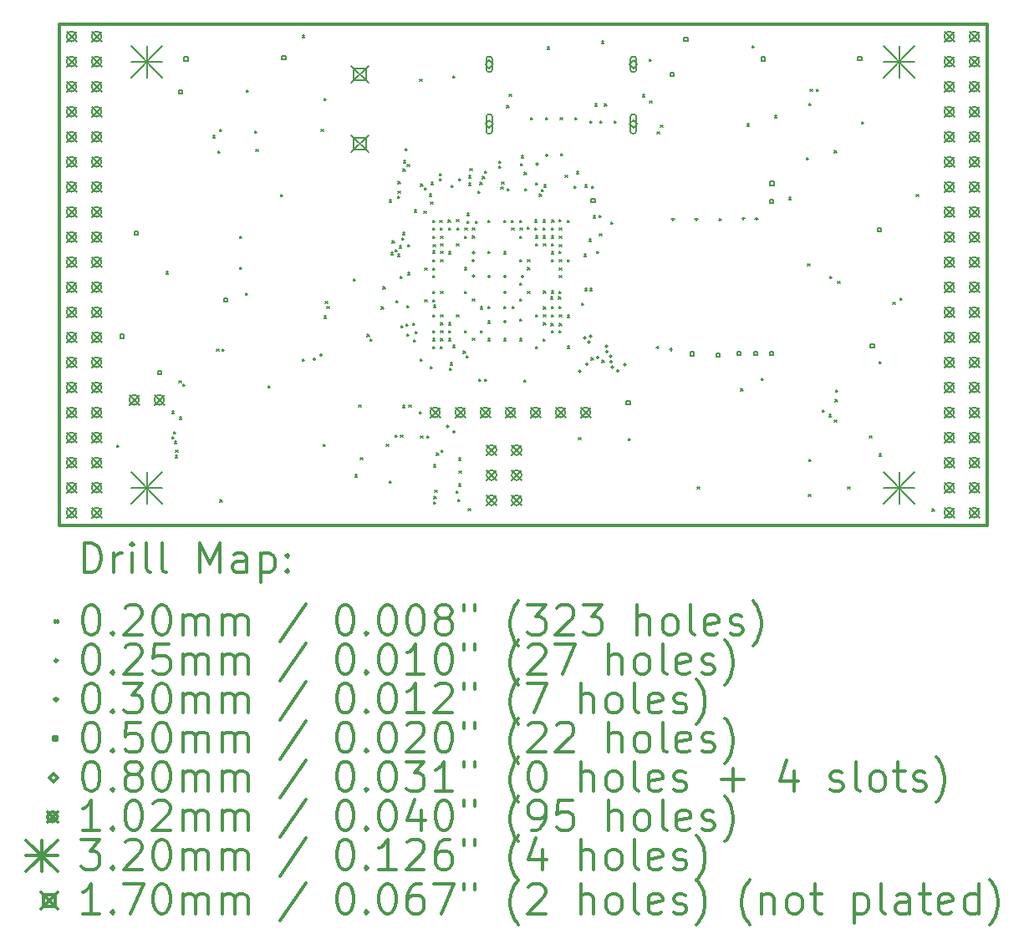
<source format=gbr>
%FSLAX45Y45*%
G04 Gerber Fmt 4.5, Leading zero omitted, Abs format (unit mm)*
G04 Created by KiCad (PCBNEW 4.0.7+dfsg1-1) date Fri Oct 13 00:45:50 2017*
%MOMM*%
%LPD*%
G01*
G04 APERTURE LIST*
%ADD10C,0.127000*%
%ADD11C,0.300000*%
%ADD12C,0.200000*%
G04 APERTURE END LIST*
D10*
D11*
X9410000Y-6142000D02*
X9410000Y-11222000D01*
X18808000Y-6142000D02*
X9410000Y-6142000D01*
X18808000Y-11222000D02*
X18808000Y-6142000D01*
X9410000Y-11222000D02*
X18808000Y-11222000D01*
D12*
X9998000Y-10410000D02*
X10018000Y-10430000D01*
X10018000Y-10410000D02*
X9998000Y-10430000D01*
X10493771Y-8653299D02*
X10513771Y-8673299D01*
X10513771Y-8653299D02*
X10493771Y-8673299D01*
X10555187Y-10325526D02*
X10575187Y-10345526D01*
X10575187Y-10325526D02*
X10555187Y-10345526D01*
X10557972Y-10068392D02*
X10577972Y-10088392D01*
X10577972Y-10068392D02*
X10557972Y-10088392D01*
X10570316Y-10275043D02*
X10590316Y-10295043D01*
X10590316Y-10275043D02*
X10570316Y-10295043D01*
X10580671Y-10371655D02*
X10600671Y-10391655D01*
X10600671Y-10371655D02*
X10580671Y-10391655D01*
X10587368Y-10514871D02*
X10607368Y-10534871D01*
X10607368Y-10514871D02*
X10587368Y-10534871D01*
X10592360Y-10459757D02*
X10612360Y-10479757D01*
X10612360Y-10459757D02*
X10592360Y-10479757D01*
X10626851Y-9756275D02*
X10646851Y-9776275D01*
X10646851Y-9756275D02*
X10626851Y-9776275D01*
X10630117Y-10127790D02*
X10650117Y-10147790D01*
X10650117Y-10127790D02*
X10630117Y-10147790D01*
X10664117Y-9793541D02*
X10684117Y-9813541D01*
X10684117Y-9793541D02*
X10664117Y-9813541D01*
X10972800Y-7273000D02*
X10992800Y-7293000D01*
X10992800Y-7273000D02*
X10972800Y-7293000D01*
X11009310Y-9438989D02*
X11029310Y-9458989D01*
X11029310Y-9438989D02*
X11009310Y-9458989D01*
X11021352Y-7428070D02*
X11041352Y-7448070D01*
X11041352Y-7428070D02*
X11021352Y-7448070D01*
X11038300Y-7211500D02*
X11058300Y-7231500D01*
X11058300Y-7211500D02*
X11038300Y-7231500D01*
X11042966Y-10966034D02*
X11062966Y-10986034D01*
X11062966Y-10966034D02*
X11042966Y-10986034D01*
X11061873Y-9435178D02*
X11081873Y-9455178D01*
X11081873Y-9435178D02*
X11061873Y-9455178D01*
X11241500Y-8291000D02*
X11261500Y-8311000D01*
X11261500Y-8291000D02*
X11241500Y-8311000D01*
X11241500Y-8608500D02*
X11261500Y-8628500D01*
X11261500Y-8608500D02*
X11241500Y-8628500D01*
X11298000Y-8870000D02*
X11318000Y-8890000D01*
X11318000Y-8870000D02*
X11298000Y-8890000D01*
X11311224Y-6814440D02*
X11331224Y-6834440D01*
X11331224Y-6814440D02*
X11311224Y-6834440D01*
X11393900Y-7224200D02*
X11413900Y-7244200D01*
X11413900Y-7224200D02*
X11393900Y-7244200D01*
X11406600Y-7414700D02*
X11426600Y-7434700D01*
X11426600Y-7414700D02*
X11406600Y-7434700D01*
X11530468Y-9806782D02*
X11550468Y-9826782D01*
X11550468Y-9806782D02*
X11530468Y-9826782D01*
X11655434Y-7867799D02*
X11675434Y-7887799D01*
X11675434Y-7867799D02*
X11655434Y-7887799D01*
X11874380Y-9539822D02*
X11894380Y-9559822D01*
X11894380Y-9539822D02*
X11874380Y-9559822D01*
X11875869Y-6255897D02*
X11895869Y-6275897D01*
X11895869Y-6255897D02*
X11875869Y-6275897D01*
X12067000Y-7211500D02*
X12087000Y-7231500D01*
X12087000Y-7211500D02*
X12067000Y-7231500D01*
X12090313Y-10403113D02*
X12110313Y-10423113D01*
X12110313Y-10403113D02*
X12090313Y-10423113D01*
X12094120Y-9102507D02*
X12114120Y-9122507D01*
X12114120Y-9102507D02*
X12094120Y-9122507D01*
X12098665Y-6897853D02*
X12118665Y-6917853D01*
X12118665Y-6897853D02*
X12098665Y-6917853D01*
X12110622Y-8956298D02*
X12130622Y-8976298D01*
X12130622Y-8956298D02*
X12110622Y-8976298D01*
X12126901Y-9006422D02*
X12146901Y-9026422D01*
X12146901Y-9006422D02*
X12126901Y-9026422D01*
X12392771Y-8724771D02*
X12412771Y-8744771D01*
X12412771Y-8724771D02*
X12392771Y-8744771D01*
X12392771Y-8724771D02*
X12412771Y-8744771D01*
X12412771Y-8724771D02*
X12392771Y-8744771D01*
X12410242Y-10710764D02*
X12430242Y-10730764D01*
X12430242Y-10710764D02*
X12410242Y-10730764D01*
X12448000Y-10005500D02*
X12468000Y-10025500D01*
X12468000Y-10005500D02*
X12448000Y-10025500D01*
X12464182Y-10539469D02*
X12484182Y-10559469D01*
X12484182Y-10539469D02*
X12464182Y-10559469D01*
X12532397Y-9289213D02*
X12552397Y-9309213D01*
X12552397Y-9289213D02*
X12532397Y-9309213D01*
X12564098Y-9335243D02*
X12584098Y-9355243D01*
X12584098Y-9335243D02*
X12564098Y-9355243D01*
X12678000Y-9010000D02*
X12698000Y-9030000D01*
X12698000Y-9010000D02*
X12678000Y-9030000D01*
X12694005Y-8806691D02*
X12714005Y-8826691D01*
X12714005Y-8806691D02*
X12694005Y-8826691D01*
X12725815Y-10402805D02*
X12745815Y-10422805D01*
X12745815Y-10402805D02*
X12725815Y-10422805D01*
X12754366Y-7925556D02*
X12774366Y-7945556D01*
X12774366Y-7925556D02*
X12754366Y-7945556D01*
X12755664Y-10771679D02*
X12775664Y-10791679D01*
X12775664Y-10771679D02*
X12755664Y-10791679D01*
X12772416Y-8457681D02*
X12792416Y-8477681D01*
X12792416Y-8457681D02*
X12772416Y-8477681D01*
X12786626Y-8341578D02*
X12806626Y-8361578D01*
X12806626Y-8341578D02*
X12786626Y-8361578D01*
X12816199Y-8428346D02*
X12836199Y-8448346D01*
X12836199Y-8428346D02*
X12816199Y-8448346D01*
X12818000Y-10310000D02*
X12838000Y-10330000D01*
X12838000Y-10310000D02*
X12818000Y-10330000D01*
X12822131Y-8943995D02*
X12842131Y-8963995D01*
X12842131Y-8943995D02*
X12822131Y-8963995D01*
X12838971Y-8476738D02*
X12858971Y-8496738D01*
X12858971Y-8476738D02*
X12838971Y-8496738D01*
X12841590Y-7889418D02*
X12861590Y-7909418D01*
X12861590Y-7889418D02*
X12841590Y-7909418D01*
X12844557Y-7737658D02*
X12864557Y-7757658D01*
X12864557Y-7737658D02*
X12844557Y-7757658D01*
X12846973Y-7836992D02*
X12866973Y-7856992D01*
X12866973Y-7836992D02*
X12846973Y-7856992D01*
X12856960Y-8392024D02*
X12876960Y-8412024D01*
X12876960Y-8392024D02*
X12856960Y-8412024D01*
X12867665Y-8701088D02*
X12887665Y-8721088D01*
X12887665Y-8701088D02*
X12867665Y-8721088D01*
X12870682Y-10308590D02*
X12890682Y-10328590D01*
X12890682Y-10308590D02*
X12870682Y-10328590D01*
X12878049Y-9198625D02*
X12898049Y-9218625D01*
X12898049Y-9198625D02*
X12878049Y-9218625D01*
X12884885Y-8308326D02*
X12904885Y-8328326D01*
X12904885Y-8308326D02*
X12884885Y-8328326D01*
X12890520Y-10007480D02*
X12910520Y-10027480D01*
X12910520Y-10007480D02*
X12890520Y-10027480D01*
X12891675Y-8256064D02*
X12911675Y-8276064D01*
X12911675Y-8256064D02*
X12891675Y-8276064D01*
X12896163Y-7612957D02*
X12916163Y-7632957D01*
X12916163Y-7612957D02*
X12896163Y-7632957D01*
X12902225Y-7526361D02*
X12922225Y-7546361D01*
X12922225Y-7526361D02*
X12902225Y-7546361D01*
X12915222Y-7404246D02*
X12935222Y-7424246D01*
X12935222Y-7404246D02*
X12915222Y-7424246D01*
X12928248Y-9182581D02*
X12948248Y-9202581D01*
X12948248Y-9182581D02*
X12928248Y-9202581D01*
X12933810Y-9282289D02*
X12953810Y-9302289D01*
X12953810Y-9282289D02*
X12933810Y-9302289D01*
X12935918Y-8993919D02*
X12955918Y-9013919D01*
X12955918Y-8993919D02*
X12935918Y-9013919D01*
X12939334Y-7563781D02*
X12959334Y-7583781D01*
X12959334Y-7563781D02*
X12939334Y-7583781D01*
X12941393Y-8376098D02*
X12961393Y-8396098D01*
X12961393Y-8376098D02*
X12941393Y-8396098D01*
X12944260Y-8660352D02*
X12964260Y-8680352D01*
X12964260Y-8660352D02*
X12944260Y-8680352D01*
X12956000Y-10005500D02*
X12976000Y-10025500D01*
X12976000Y-10005500D02*
X12956000Y-10025500D01*
X12992268Y-9173424D02*
X13012268Y-9193424D01*
X13012268Y-9173424D02*
X12992268Y-9193424D01*
X13004130Y-9343144D02*
X13024130Y-9363144D01*
X13024130Y-9343144D02*
X13004130Y-9363144D01*
X13009682Y-8027773D02*
X13029682Y-8047773D01*
X13029682Y-8027773D02*
X13009682Y-8047773D01*
X13017964Y-9257477D02*
X13037964Y-9277477D01*
X13037964Y-9257477D02*
X13017964Y-9277477D01*
X13059238Y-10069000D02*
X13079238Y-10089000D01*
X13079238Y-10069000D02*
X13059238Y-10089000D01*
X13066199Y-6701962D02*
X13086199Y-6721962D01*
X13086199Y-6701962D02*
X13066199Y-6721962D01*
X13070707Y-9535414D02*
X13090707Y-9555414D01*
X13090707Y-9535414D02*
X13070707Y-9555414D01*
X13073949Y-10316052D02*
X13093949Y-10336052D01*
X13093949Y-10316052D02*
X13073949Y-10336052D01*
X13075683Y-7764262D02*
X13095683Y-7784262D01*
X13095683Y-7764262D02*
X13075683Y-7784262D01*
X13108000Y-8040000D02*
X13128000Y-8060000D01*
X13128000Y-8040000D02*
X13108000Y-8060000D01*
X13113091Y-7801384D02*
X13133091Y-7821384D01*
X13133091Y-7801384D02*
X13113091Y-7821384D01*
X13115453Y-8615136D02*
X13135453Y-8635136D01*
X13135453Y-8615136D02*
X13115453Y-8635136D01*
X13118000Y-8935084D02*
X13138000Y-8955084D01*
X13138000Y-8935084D02*
X13118000Y-8955084D01*
X13135385Y-10316052D02*
X13155385Y-10336052D01*
X13155385Y-10316052D02*
X13135385Y-10336052D01*
X13160933Y-7864587D02*
X13180933Y-7884587D01*
X13180933Y-7864587D02*
X13160933Y-7884587D01*
X13170890Y-9612737D02*
X13190890Y-9632737D01*
X13190890Y-9612737D02*
X13170890Y-9632737D01*
X13174731Y-7948989D02*
X13194731Y-7968989D01*
X13194731Y-7948989D02*
X13174731Y-7968989D01*
X13182329Y-7748485D02*
X13202329Y-7768485D01*
X13202329Y-7748485D02*
X13182329Y-7768485D01*
X13197765Y-9087799D02*
X13217765Y-9107799D01*
X13217765Y-9087799D02*
X13197765Y-9107799D01*
X13197789Y-8617215D02*
X13217789Y-8637215D01*
X13217789Y-8617215D02*
X13197789Y-8637215D01*
X13197962Y-8532814D02*
X13217962Y-8552814D01*
X13217962Y-8532814D02*
X13197962Y-8552814D01*
X13198000Y-8440334D02*
X13218000Y-8460334D01*
X13218000Y-8440334D02*
X13198000Y-8460334D01*
X13198000Y-8130000D02*
X13218000Y-8150000D01*
X13218000Y-8130000D02*
X13198000Y-8150000D01*
X13198000Y-8207799D02*
X13218000Y-8227799D01*
X13218000Y-8207799D02*
X13198000Y-8227799D01*
X13198000Y-8690000D02*
X13218000Y-8710000D01*
X13218000Y-8690000D02*
X13198000Y-8710000D01*
X13198000Y-8850000D02*
X13218000Y-8870000D01*
X13218000Y-8850000D02*
X13198000Y-8870000D01*
X13198000Y-8935084D02*
X13218000Y-8955084D01*
X13218000Y-8935084D02*
X13198000Y-8955084D01*
X13198000Y-9250000D02*
X13218000Y-9270000D01*
X13218000Y-9250000D02*
X13198000Y-9270000D01*
X13198000Y-9330000D02*
X13218000Y-9350000D01*
X13218000Y-9330000D02*
X13198000Y-9350000D01*
X13198000Y-9410000D02*
X13218000Y-9430000D01*
X13218000Y-9410000D02*
X13198000Y-9430000D01*
X13198482Y-8292201D02*
X13218482Y-8312201D01*
X13218482Y-8292201D02*
X13198482Y-8312201D01*
X13201744Y-8376602D02*
X13221744Y-8396602D01*
X13221744Y-8376602D02*
X13201744Y-8396602D01*
X13204611Y-10984026D02*
X13224611Y-11004026D01*
X13224611Y-10984026D02*
X13204611Y-11004026D01*
X13205608Y-8993095D02*
X13225608Y-9013095D01*
X13225608Y-8993095D02*
X13205608Y-9013095D01*
X13206286Y-10608587D02*
X13226286Y-10628587D01*
X13226286Y-10608587D02*
X13206286Y-10628587D01*
X13208900Y-10931500D02*
X13228900Y-10951500D01*
X13228900Y-10931500D02*
X13208900Y-10951500D01*
X13218000Y-10870000D02*
X13238000Y-10890000D01*
X13238000Y-10870000D02*
X13218000Y-10890000D01*
X13234844Y-10489450D02*
X13254844Y-10509450D01*
X13254844Y-10489450D02*
X13234844Y-10509450D01*
X13263724Y-7657621D02*
X13283724Y-7677621D01*
X13283724Y-7657621D02*
X13263724Y-7677621D01*
X13266117Y-7710267D02*
X13286117Y-7730267D01*
X13286117Y-7710267D02*
X13266117Y-7730267D01*
X13268333Y-8129999D02*
X13288333Y-8149999D01*
X13288333Y-8129999D02*
X13268333Y-8149999D01*
X13271035Y-8207799D02*
X13291035Y-8227799D01*
X13291035Y-8207799D02*
X13271035Y-8227799D01*
X13274623Y-9409707D02*
X13294623Y-9429707D01*
X13294623Y-9409707D02*
X13274623Y-9429707D01*
X13277580Y-8532814D02*
X13297580Y-8552814D01*
X13297580Y-8532814D02*
X13277580Y-8552814D01*
X13278000Y-8292201D02*
X13298000Y-8312201D01*
X13298000Y-8292201D02*
X13278000Y-8312201D01*
X13278000Y-8850000D02*
X13298000Y-8870000D01*
X13298000Y-8850000D02*
X13278000Y-8870000D01*
X13278000Y-9090000D02*
X13298000Y-9110000D01*
X13298000Y-9090000D02*
X13278000Y-9110000D01*
X13278000Y-9170000D02*
X13298000Y-9190000D01*
X13298000Y-9170000D02*
X13278000Y-9190000D01*
X13278000Y-9250000D02*
X13298000Y-9270000D01*
X13298000Y-9250000D02*
X13278000Y-9270000D01*
X13278000Y-9330000D02*
X13298000Y-9350000D01*
X13298000Y-9330000D02*
X13278000Y-9350000D01*
X13278042Y-8446122D02*
X13298042Y-8466122D01*
X13298042Y-8446122D02*
X13278042Y-8466122D01*
X13278650Y-8367799D02*
X13298650Y-8387799D01*
X13298650Y-8367799D02*
X13278650Y-8387799D01*
X13283696Y-10459892D02*
X13303696Y-10479892D01*
X13303696Y-10459892D02*
X13283696Y-10479892D01*
X13352734Y-8129641D02*
X13372734Y-8149641D01*
X13372734Y-8129641D02*
X13352734Y-8149641D01*
X13355436Y-8207799D02*
X13375436Y-8227799D01*
X13375436Y-8207799D02*
X13355436Y-8227799D01*
X13357194Y-8449520D02*
X13377194Y-8469520D01*
X13377194Y-8449520D02*
X13357194Y-8469520D01*
X13358000Y-9170000D02*
X13378000Y-9190000D01*
X13378000Y-9170000D02*
X13358000Y-9190000D01*
X13358000Y-9250000D02*
X13378000Y-9270000D01*
X13378000Y-9250000D02*
X13358000Y-9270000D01*
X13358567Y-9330248D02*
X13378567Y-9350248D01*
X13378567Y-9330248D02*
X13358567Y-9350248D01*
X13366285Y-9629515D02*
X13386285Y-9649515D01*
X13386285Y-9629515D02*
X13366285Y-9649515D01*
X13375239Y-9577580D02*
X13395239Y-9597580D01*
X13395239Y-9577580D02*
X13375239Y-9597580D01*
X13382219Y-7775484D02*
X13402219Y-7795484D01*
X13402219Y-7775484D02*
X13382219Y-7795484D01*
X13397916Y-6668615D02*
X13417916Y-6688615D01*
X13417916Y-6668615D02*
X13397916Y-6688615D01*
X13401302Y-9399908D02*
X13421302Y-9419908D01*
X13421302Y-9399908D02*
X13401302Y-9419908D01*
X13436400Y-10874197D02*
X13456400Y-10894197D01*
X13456400Y-10874197D02*
X13436400Y-10894197D01*
X13437135Y-8124791D02*
X13457135Y-8144791D01*
X13457135Y-8124791D02*
X13437135Y-8144791D01*
X13438000Y-8370000D02*
X13458000Y-8390000D01*
X13458000Y-8370000D02*
X13438000Y-8390000D01*
X13438000Y-9090000D02*
X13458000Y-9110000D01*
X13458000Y-9090000D02*
X13438000Y-9110000D01*
X13440141Y-8207758D02*
X13460141Y-8227758D01*
X13460141Y-8207758D02*
X13440141Y-8227758D01*
X13453687Y-10961995D02*
X13473687Y-10981995D01*
X13473687Y-10961995D02*
X13453687Y-10981995D01*
X13457587Y-10803159D02*
X13477587Y-10823159D01*
X13477587Y-10803159D02*
X13457587Y-10823159D01*
X13460201Y-7710000D02*
X13480201Y-7730000D01*
X13480201Y-7710000D02*
X13460201Y-7730000D01*
X13460735Y-10540845D02*
X13480735Y-10560845D01*
X13480735Y-10540845D02*
X13460735Y-10560845D01*
X13465065Y-10671051D02*
X13485065Y-10691051D01*
X13485065Y-10671051D02*
X13465065Y-10691051D01*
X13507267Y-9458948D02*
X13527267Y-9478948D01*
X13527267Y-9458948D02*
X13507267Y-9478948D01*
X13517331Y-8851860D02*
X13537331Y-8871860D01*
X13537331Y-8851860D02*
X13517331Y-8871860D01*
X13518000Y-8292201D02*
X13538000Y-8312201D01*
X13538000Y-8292201D02*
X13518000Y-8312201D01*
X13518000Y-8610000D02*
X13538000Y-8630000D01*
X13538000Y-8610000D02*
X13518000Y-8630000D01*
X13518000Y-9250000D02*
X13538000Y-9270000D01*
X13538000Y-9250000D02*
X13518000Y-9270000D01*
X13524542Y-8207681D02*
X13544542Y-8227681D01*
X13544542Y-8207681D02*
X13524542Y-8227681D01*
X13535699Y-9501881D02*
X13555699Y-9521881D01*
X13555699Y-9501881D02*
X13535699Y-9521881D01*
X13546744Y-8060230D02*
X13566744Y-8080230D01*
X13566744Y-8060230D02*
X13546744Y-8080230D01*
X13546744Y-8138922D02*
X13566744Y-8158922D01*
X13566744Y-8138922D02*
X13546744Y-8158922D01*
X13555656Y-11051071D02*
X13575656Y-11071071D01*
X13575656Y-11051071D02*
X13555656Y-11071071D01*
X13559498Y-7754855D02*
X13579498Y-7774855D01*
X13579498Y-7754855D02*
X13559498Y-7774855D01*
X13562542Y-7680938D02*
X13582542Y-7700938D01*
X13582542Y-7680938D02*
X13562542Y-7700938D01*
X13573070Y-7610061D02*
X13593070Y-7630061D01*
X13593070Y-7610061D02*
X13573070Y-7630061D01*
X13598000Y-8210000D02*
X13618000Y-8230000D01*
X13618000Y-8210000D02*
X13598000Y-8230000D01*
X13598000Y-8290000D02*
X13618000Y-8310000D01*
X13618000Y-8290000D02*
X13598000Y-8310000D01*
X13598517Y-8929483D02*
X13618517Y-8949483D01*
X13618517Y-8929483D02*
X13598517Y-8949483D01*
X13599596Y-9326965D02*
X13619596Y-9346965D01*
X13619596Y-9326965D02*
X13599596Y-9346965D01*
X13631144Y-8139731D02*
X13651144Y-8159731D01*
X13651144Y-8139731D02*
X13631144Y-8159731D01*
X13653412Y-7835167D02*
X13673412Y-7855167D01*
X13673412Y-7835167D02*
X13653412Y-7855167D01*
X13664090Y-9741450D02*
X13684090Y-9761450D01*
X13684090Y-9741450D02*
X13664090Y-9761450D01*
X13675600Y-7746298D02*
X13695600Y-7766298D01*
X13695600Y-7746298D02*
X13675600Y-7766298D01*
X13678000Y-9250000D02*
X13698000Y-9270000D01*
X13698000Y-9250000D02*
X13678000Y-9270000D01*
X13678517Y-9009483D02*
X13698517Y-9029483D01*
X13698517Y-9009483D02*
X13678517Y-9029483D01*
X13700695Y-7687992D02*
X13720695Y-7707992D01*
X13720695Y-7687992D02*
X13700695Y-7707992D01*
X13719559Y-9743802D02*
X13739559Y-9763802D01*
X13739559Y-9743802D02*
X13719559Y-9763802D01*
X13720873Y-7631502D02*
X13740873Y-7651502D01*
X13740873Y-7631502D02*
X13720873Y-7651502D01*
X13755905Y-9153803D02*
X13775905Y-9173803D01*
X13775905Y-9153803D02*
X13755905Y-9173803D01*
X13758000Y-8130000D02*
X13778000Y-8150000D01*
X13778000Y-8130000D02*
X13758000Y-8150000D01*
X13758000Y-9007299D02*
X13778000Y-9027299D01*
X13778000Y-9007299D02*
X13758000Y-9027299D01*
X13758000Y-9330000D02*
X13778000Y-9350000D01*
X13778000Y-9330000D02*
X13758000Y-9350000D01*
X13758056Y-8443409D02*
X13778056Y-8463409D01*
X13778056Y-8443409D02*
X13758056Y-8463409D01*
X13867568Y-7584299D02*
X13887568Y-7604299D01*
X13887568Y-7584299D02*
X13867568Y-7604299D01*
X13867920Y-7530076D02*
X13887920Y-7550076D01*
X13887920Y-7530076D02*
X13867920Y-7550076D01*
X13886806Y-7794095D02*
X13906806Y-7814095D01*
X13906806Y-7794095D02*
X13886806Y-7814095D01*
X13894936Y-7742024D02*
X13914936Y-7762024D01*
X13914936Y-7742024D02*
X13894936Y-7762024D01*
X13917252Y-8451135D02*
X13937252Y-8471135D01*
X13937252Y-8451135D02*
X13917252Y-8471135D01*
X13918000Y-8130000D02*
X13938000Y-8150000D01*
X13938000Y-8130000D02*
X13918000Y-8150000D01*
X13918000Y-9002299D02*
X13938000Y-9022299D01*
X13938000Y-9002299D02*
X13918000Y-9022299D01*
X13918000Y-9330000D02*
X13938000Y-9350000D01*
X13938000Y-9330000D02*
X13918000Y-9350000D01*
X13947561Y-6969286D02*
X13967561Y-6989286D01*
X13967561Y-6969286D02*
X13947561Y-6989286D01*
X13948512Y-7810586D02*
X13968512Y-7830586D01*
X13968512Y-7810586D02*
X13948512Y-7830586D01*
X13972000Y-6856567D02*
X13992000Y-6876567D01*
X13992000Y-6856567D02*
X13972000Y-6876567D01*
X13993599Y-8130000D02*
X14013599Y-8150000D01*
X14013599Y-8130000D02*
X13993599Y-8150000D01*
X13998000Y-8210000D02*
X14018000Y-8230000D01*
X14018000Y-8210000D02*
X13998000Y-8230000D01*
X13999489Y-9002299D02*
X14019489Y-9022299D01*
X14019489Y-9002299D02*
X13999489Y-9022299D01*
X14076403Y-8294140D02*
X14096403Y-8314140D01*
X14096403Y-8294140D02*
X14076403Y-8314140D01*
X14077419Y-9133335D02*
X14097419Y-9153335D01*
X14097419Y-9133335D02*
X14077419Y-9153335D01*
X14078000Y-8130000D02*
X14098000Y-8150000D01*
X14098000Y-8130000D02*
X14078000Y-8150000D01*
X14078000Y-8530000D02*
X14098000Y-8550000D01*
X14098000Y-8530000D02*
X14078000Y-8550000D01*
X14078000Y-8770000D02*
X14098000Y-8790000D01*
X14098000Y-8770000D02*
X14078000Y-8790000D01*
X14078000Y-8930000D02*
X14098000Y-8950000D01*
X14098000Y-8930000D02*
X14078000Y-8950000D01*
X14078000Y-9330000D02*
X14098000Y-9350000D01*
X14098000Y-9330000D02*
X14078000Y-9350000D01*
X14082401Y-8207928D02*
X14102401Y-8227928D01*
X14102401Y-8207928D02*
X14082401Y-8227928D01*
X14088006Y-7558194D02*
X14108006Y-7578194D01*
X14108006Y-7558194D02*
X14088006Y-7578194D01*
X14094664Y-7477380D02*
X14114664Y-7497380D01*
X14114664Y-7477380D02*
X14094664Y-7497380D01*
X14118000Y-9750000D02*
X14138000Y-9770000D01*
X14138000Y-9750000D02*
X14118000Y-9770000D01*
X14124297Y-7645500D02*
X14144297Y-7665500D01*
X14144297Y-7645500D02*
X14124297Y-7665500D01*
X14128016Y-7812697D02*
X14148016Y-7832697D01*
X14148016Y-7812697D02*
X14128016Y-7832697D01*
X14155799Y-8203034D02*
X14175799Y-8223034D01*
X14175799Y-8203034D02*
X14155799Y-8223034D01*
X14158000Y-8530000D02*
X14178000Y-8550000D01*
X14178000Y-8530000D02*
X14158000Y-8550000D01*
X14158000Y-8610000D02*
X14178000Y-8630000D01*
X14178000Y-8610000D02*
X14158000Y-8630000D01*
X14158000Y-8850000D02*
X14178000Y-8870000D01*
X14178000Y-8850000D02*
X14158000Y-8870000D01*
X14190056Y-7090851D02*
X14210056Y-7110851D01*
X14210056Y-7090851D02*
X14190056Y-7110851D01*
X14229642Y-8209139D02*
X14249642Y-8229139D01*
X14249642Y-8209139D02*
X14229642Y-8229139D01*
X14231398Y-8128224D02*
X14251398Y-8148224D01*
X14251398Y-8128224D02*
X14231398Y-8148224D01*
X14237355Y-8289891D02*
X14257355Y-8309891D01*
X14257355Y-8289891D02*
X14237355Y-8309891D01*
X14238000Y-7750000D02*
X14258000Y-7770000D01*
X14258000Y-7750000D02*
X14238000Y-7770000D01*
X14238000Y-8370000D02*
X14258000Y-8390000D01*
X14258000Y-8370000D02*
X14238000Y-8390000D01*
X14238000Y-9090000D02*
X14258000Y-9110000D01*
X14258000Y-9090000D02*
X14238000Y-9110000D01*
X14238000Y-9410000D02*
X14258000Y-9430000D01*
X14258000Y-9410000D02*
X14238000Y-9430000D01*
X14275272Y-7865993D02*
X14295272Y-7885993D01*
X14295272Y-7865993D02*
X14275272Y-7885993D01*
X14300511Y-7819522D02*
X14320511Y-7839522D01*
X14320511Y-7819522D02*
X14300511Y-7839522D01*
X14315799Y-8127963D02*
X14335799Y-8147963D01*
X14335799Y-8127963D02*
X14315799Y-8147963D01*
X14315799Y-8210715D02*
X14335799Y-8230715D01*
X14335799Y-8210715D02*
X14315799Y-8230715D01*
X14315799Y-8290000D02*
X14335799Y-8310000D01*
X14335799Y-8290000D02*
X14315799Y-8310000D01*
X14315801Y-9332315D02*
X14335801Y-9352315D01*
X14335801Y-9332315D02*
X14315801Y-9352315D01*
X14317803Y-8849503D02*
X14337803Y-8869503D01*
X14337803Y-8849503D02*
X14317803Y-8869503D01*
X14318000Y-8370000D02*
X14338000Y-8390000D01*
X14338000Y-8370000D02*
X14318000Y-8390000D01*
X14318000Y-9090000D02*
X14338000Y-9110000D01*
X14338000Y-9090000D02*
X14318000Y-9110000D01*
X14318000Y-9170000D02*
X14338000Y-9190000D01*
X14338000Y-9170000D02*
X14318000Y-9190000D01*
X14318182Y-9010195D02*
X14338182Y-9030195D01*
X14338182Y-9010195D02*
X14318182Y-9030195D01*
X14323180Y-7771946D02*
X14343180Y-7791946D01*
X14343180Y-7771946D02*
X14323180Y-7791946D01*
X14338035Y-7091653D02*
X14358035Y-7111653D01*
X14358035Y-7091653D02*
X14338035Y-7111653D01*
X14355067Y-6376252D02*
X14375067Y-6396252D01*
X14375067Y-6376252D02*
X14355067Y-6396252D01*
X14388995Y-8907799D02*
X14408995Y-8927799D01*
X14408995Y-8907799D02*
X14388995Y-8927799D01*
X14396483Y-9177765D02*
X14416483Y-9197765D01*
X14416483Y-9177765D02*
X14396483Y-9197765D01*
X14398000Y-9090000D02*
X14418000Y-9110000D01*
X14418000Y-9090000D02*
X14398000Y-9110000D01*
X14398242Y-9003286D02*
X14418242Y-9023286D01*
X14418242Y-9003286D02*
X14398242Y-9023286D01*
X14398283Y-8848451D02*
X14418283Y-8868451D01*
X14418283Y-8848451D02*
X14398283Y-8868451D01*
X14400201Y-8208560D02*
X14420201Y-8228560D01*
X14420201Y-8208560D02*
X14400201Y-8228560D01*
X14400201Y-8290000D02*
X14420201Y-8310000D01*
X14420201Y-8290000D02*
X14400201Y-8310000D01*
X14400201Y-8370000D02*
X14420201Y-8390000D01*
X14420201Y-8370000D02*
X14400201Y-8390000D01*
X14400201Y-8450000D02*
X14420201Y-8470000D01*
X14420201Y-8450000D02*
X14400201Y-8470000D01*
X14400201Y-8529722D02*
X14420201Y-8549722D01*
X14420201Y-8529722D02*
X14400201Y-8549722D01*
X14400201Y-9250000D02*
X14420201Y-9270000D01*
X14420201Y-9250000D02*
X14400201Y-9270000D01*
X14404602Y-8127478D02*
X14424602Y-8147478D01*
X14424602Y-8127478D02*
X14404602Y-8147478D01*
X14471061Y-8907799D02*
X14491061Y-8927799D01*
X14491061Y-8907799D02*
X14471061Y-8927799D01*
X14476639Y-8123398D02*
X14496639Y-8143398D01*
X14496639Y-8123398D02*
X14476639Y-8143398D01*
X14476724Y-9006446D02*
X14496724Y-9026446D01*
X14496724Y-9006446D02*
X14476724Y-9026446D01*
X14477765Y-8852201D02*
X14497765Y-8872201D01*
X14497765Y-8852201D02*
X14477765Y-8872201D01*
X14477769Y-8443293D02*
X14497769Y-8463293D01*
X14497769Y-8443293D02*
X14477769Y-8463293D01*
X14478235Y-9247799D02*
X14498235Y-9267799D01*
X14498235Y-9247799D02*
X14478235Y-9267799D01*
X14478509Y-8207799D02*
X14498509Y-8227799D01*
X14498509Y-8207799D02*
X14478509Y-8227799D01*
X14478654Y-8528519D02*
X14498654Y-8548519D01*
X14498654Y-8528519D02*
X14478654Y-8548519D01*
X14478856Y-8689382D02*
X14498856Y-8709382D01*
X14498856Y-8689382D02*
X14478856Y-8709382D01*
X14479038Y-8376602D02*
X14499038Y-8396602D01*
X14499038Y-8376602D02*
X14479038Y-8396602D01*
X14479163Y-9090847D02*
X14499163Y-9110847D01*
X14499163Y-9090847D02*
X14479163Y-9110847D01*
X14479410Y-8292201D02*
X14499410Y-8312201D01*
X14499410Y-8292201D02*
X14479410Y-8312201D01*
X14479577Y-9177444D02*
X14499577Y-9197444D01*
X14499577Y-9177444D02*
X14479577Y-9197444D01*
X14480128Y-8616874D02*
X14500128Y-8636874D01*
X14500128Y-8616874D02*
X14480128Y-8636874D01*
X14487842Y-7092405D02*
X14507842Y-7112405D01*
X14507842Y-7092405D02*
X14487842Y-7112405D01*
X14491706Y-7455585D02*
X14511706Y-7475585D01*
X14511706Y-7455585D02*
X14491706Y-7475585D01*
X14539401Y-7673483D02*
X14559401Y-7693483D01*
X14559401Y-7673483D02*
X14539401Y-7693483D01*
X14558000Y-8130000D02*
X14578000Y-8150000D01*
X14578000Y-8130000D02*
X14558000Y-8150000D01*
X14558000Y-8532201D02*
X14578000Y-8552201D01*
X14578000Y-8532201D02*
X14558000Y-8552201D01*
X14558000Y-9407799D02*
X14578000Y-9427799D01*
X14578000Y-9407799D02*
X14558000Y-9427799D01*
X14561303Y-9092201D02*
X14581303Y-9112201D01*
X14581303Y-9092201D02*
X14561303Y-9112201D01*
X14628717Y-7783934D02*
X14648717Y-7803934D01*
X14648717Y-7783934D02*
X14628717Y-7803934D01*
X14636897Y-7089394D02*
X14656897Y-7109394D01*
X14656897Y-7089394D02*
X14636897Y-7109394D01*
X14652765Y-7636130D02*
X14672765Y-7656130D01*
X14672765Y-7636130D02*
X14652765Y-7656130D01*
X14674429Y-10335274D02*
X14694429Y-10355274D01*
X14694429Y-10335274D02*
X14674429Y-10355274D01*
X14702593Y-8970288D02*
X14722593Y-8990288D01*
X14722593Y-8970288D02*
X14702593Y-8990288D01*
X14732247Y-8475859D02*
X14752247Y-8495859D01*
X14752247Y-8475859D02*
X14732247Y-8495859D01*
X14737067Y-8822484D02*
X14757067Y-8842484D01*
X14757067Y-8822484D02*
X14737067Y-8842484D01*
X14738000Y-7772201D02*
X14758000Y-7792201D01*
X14758000Y-7772201D02*
X14738000Y-7792201D01*
X14779417Y-8323581D02*
X14799417Y-8343581D01*
X14799417Y-8323581D02*
X14779417Y-8343581D01*
X14788736Y-7127779D02*
X14808736Y-7147779D01*
X14808736Y-7127779D02*
X14788736Y-7147779D01*
X14789768Y-8822484D02*
X14809768Y-8842484D01*
X14809768Y-8822484D02*
X14789768Y-8842484D01*
X14800281Y-9523902D02*
X14820281Y-9543902D01*
X14820281Y-9523902D02*
X14800281Y-9543902D01*
X14806076Y-7788079D02*
X14826076Y-7808079D01*
X14826076Y-7788079D02*
X14806076Y-7808079D01*
X14823777Y-8087578D02*
X14843777Y-8107578D01*
X14843777Y-8087578D02*
X14823777Y-8107578D01*
X14837783Y-6951968D02*
X14857783Y-6971968D01*
X14857783Y-6951968D02*
X14837783Y-6971968D01*
X14856880Y-8445039D02*
X14876880Y-8465039D01*
X14876880Y-8445039D02*
X14856880Y-8465039D01*
X14883585Y-8079901D02*
X14903585Y-8099901D01*
X14903585Y-8079901D02*
X14883585Y-8099901D01*
X14887565Y-8265534D02*
X14907565Y-8285534D01*
X14907565Y-8265534D02*
X14887565Y-8285534D01*
X14889119Y-7127779D02*
X14909119Y-7147779D01*
X14909119Y-7127779D02*
X14889119Y-7147779D01*
X14908375Y-6315711D02*
X14928375Y-6335711D01*
X14928375Y-6315711D02*
X14908375Y-6335711D01*
X14910771Y-9550529D02*
X14930771Y-9570529D01*
X14930771Y-9550529D02*
X14910771Y-9570529D01*
X14937595Y-6951968D02*
X14957595Y-6971968D01*
X14957595Y-6951968D02*
X14937595Y-6971968D01*
X14998000Y-8150000D02*
X15018000Y-8170000D01*
X15018000Y-8150000D02*
X14998000Y-8170000D01*
X15035722Y-7127779D02*
X15055722Y-7147779D01*
X15055722Y-7127779D02*
X15035722Y-7147779D01*
X15179638Y-10341072D02*
X15199638Y-10361072D01*
X15199638Y-10341072D02*
X15179638Y-10361072D01*
X15322234Y-6857342D02*
X15342234Y-6877342D01*
X15342234Y-6857342D02*
X15322234Y-6877342D01*
X15388420Y-6497712D02*
X15408420Y-6517712D01*
X15408420Y-6497712D02*
X15388420Y-6517712D01*
X15394400Y-6919400D02*
X15414400Y-6939400D01*
X15414400Y-6919400D02*
X15394400Y-6939400D01*
X15469400Y-7232600D02*
X15489400Y-7252600D01*
X15489400Y-7232600D02*
X15469400Y-7252600D01*
X15504936Y-7166453D02*
X15524936Y-7186453D01*
X15524936Y-7166453D02*
X15504936Y-7186453D01*
X15877000Y-10831000D02*
X15897000Y-10851000D01*
X15897000Y-10831000D02*
X15877000Y-10851000D01*
X16317742Y-9840172D02*
X16337742Y-9860172D01*
X16337742Y-9840172D02*
X16317742Y-9860172D01*
X16380885Y-7155186D02*
X16400885Y-7175186D01*
X16400885Y-7155186D02*
X16380885Y-7175186D01*
X16433388Y-6363745D02*
X16453388Y-6383745D01*
X16453388Y-6363745D02*
X16433388Y-6383745D01*
X16524921Y-9732292D02*
X16544921Y-9752292D01*
X16544921Y-9732292D02*
X16524921Y-9752292D01*
X16657891Y-7070355D02*
X16677891Y-7090355D01*
X16677891Y-7070355D02*
X16657891Y-7090355D01*
X16806644Y-7900804D02*
X16826644Y-7920804D01*
X16826644Y-7900804D02*
X16806644Y-7920804D01*
X16979535Y-7499299D02*
X16999535Y-7519299D01*
X16999535Y-7499299D02*
X16979535Y-7519299D01*
X16994600Y-8570400D02*
X17014600Y-8590400D01*
X17014600Y-8570400D02*
X16994600Y-8590400D01*
X17002604Y-10911247D02*
X17022604Y-10931247D01*
X17022604Y-10911247D02*
X17002604Y-10931247D01*
X17005773Y-10556635D02*
X17025773Y-10576635D01*
X17025773Y-10556635D02*
X17005773Y-10576635D01*
X17008296Y-6947101D02*
X17028296Y-6967101D01*
X17028296Y-6947101D02*
X17008296Y-6967101D01*
X17020000Y-6805100D02*
X17040000Y-6825100D01*
X17040000Y-6805100D02*
X17020000Y-6825100D01*
X17085000Y-6802556D02*
X17105000Y-6822556D01*
X17105000Y-6802556D02*
X17085000Y-6822556D01*
X17144030Y-10054574D02*
X17164030Y-10074574D01*
X17164030Y-10054574D02*
X17144030Y-10074574D01*
X17209336Y-10100566D02*
X17229336Y-10120566D01*
X17229336Y-10100566D02*
X17209336Y-10120566D01*
X17218956Y-8702405D02*
X17238956Y-8722405D01*
X17238956Y-8702405D02*
X17218956Y-8722405D01*
X17264664Y-7424799D02*
X17284664Y-7444799D01*
X17284664Y-7424799D02*
X17264664Y-7444799D01*
X17266127Y-10155168D02*
X17286127Y-10175168D01*
X17286127Y-10155168D02*
X17266127Y-10175168D01*
X17273463Y-9949992D02*
X17293463Y-9969992D01*
X17293463Y-9949992D02*
X17273463Y-9969992D01*
X17277992Y-9851865D02*
X17297992Y-9871865D01*
X17297992Y-9851865D02*
X17277992Y-9871865D01*
X17299400Y-8748200D02*
X17319400Y-8768200D01*
X17319400Y-8748200D02*
X17299400Y-8768200D01*
X17401000Y-10831000D02*
X17421000Y-10851000D01*
X17421000Y-10831000D02*
X17401000Y-10851000D01*
X17539563Y-7135743D02*
X17559563Y-7155743D01*
X17559563Y-7135743D02*
X17539563Y-7155743D01*
X17620559Y-10317981D02*
X17640559Y-10337981D01*
X17640559Y-10317981D02*
X17620559Y-10337981D01*
X17717400Y-10497912D02*
X17737400Y-10517912D01*
X17737400Y-10497912D02*
X17717400Y-10517912D01*
X17718500Y-9561000D02*
X17738500Y-9581000D01*
X17738500Y-9561000D02*
X17718500Y-9581000D01*
X17856591Y-8961390D02*
X17876591Y-8981390D01*
X17876591Y-8961390D02*
X17856591Y-8981390D01*
X17927598Y-8921781D02*
X17947598Y-8941781D01*
X17947598Y-8921781D02*
X17927598Y-8941781D01*
X18096500Y-7868500D02*
X18116500Y-7888500D01*
X18116500Y-7868500D02*
X18096500Y-7888500D01*
X18255436Y-11056584D02*
X18275436Y-11076584D01*
X18275436Y-11056584D02*
X18255436Y-11076584D01*
X12010516Y-9541295D02*
G75*
G03X12010516Y-9541295I-12700J0D01*
G01*
X12076103Y-9497760D02*
G75*
G03X12076103Y-9497760I-12700J0D01*
G01*
X13357629Y-10223262D02*
G75*
G03X13357629Y-10223262I-12700J0D01*
G01*
X13420141Y-10275223D02*
G75*
G03X13420141Y-10275223I-12700J0D01*
G01*
X13620700Y-8460000D02*
G75*
G03X13620700Y-8460000I-12700J0D01*
G01*
X13620700Y-8540000D02*
G75*
G03X13620700Y-8540000I-12700J0D01*
G01*
X13623799Y-8699540D02*
G75*
G03X13623799Y-8699540I-12700J0D01*
G01*
X13780700Y-8700000D02*
G75*
G03X13780700Y-8700000I-12700J0D01*
G01*
X13939164Y-9161521D02*
G75*
G03X13939164Y-9161521I-12700J0D01*
G01*
X13940700Y-8700000D02*
G75*
G03X13940700Y-8700000I-12700J0D01*
G01*
X13940700Y-8860000D02*
G75*
G03X13940700Y-8860000I-12700J0D01*
G01*
X14116986Y-8699500D02*
G75*
G03X14116986Y-8699500I-12700J0D01*
G01*
X14265799Y-7566284D02*
G75*
G03X14265799Y-7566284I-12700J0D01*
G01*
X14365259Y-7474977D02*
G75*
G03X14365259Y-7474977I-12700J0D01*
G01*
X14698950Y-9661750D02*
G75*
G03X14698950Y-9661750I-12700J0D01*
G01*
X14748323Y-9321914D02*
G75*
G03X14748323Y-9321914I-12700J0D01*
G01*
X14766147Y-9591326D02*
G75*
G03X14766147Y-9591326I-12700J0D01*
G01*
X14790471Y-9369101D02*
G75*
G03X14790471Y-9369101I-12700J0D01*
G01*
X14804230Y-9306098D02*
G75*
G03X14804230Y-9306098I-12700J0D01*
G01*
X14878093Y-9524901D02*
G75*
G03X14878093Y-9524901I-12700J0D01*
G01*
X14969298Y-9405479D02*
G75*
G03X14969298Y-9405479I-12700J0D01*
G01*
X14971152Y-9463550D02*
G75*
G03X14971152Y-9463550I-12700J0D01*
G01*
X15007952Y-9508512D02*
G75*
G03X15007952Y-9508512I-12700J0D01*
G01*
X15016044Y-9566047D02*
G75*
G03X15016044Y-9566047I-12700J0D01*
G01*
X15027622Y-9622983D02*
G75*
G03X15027622Y-9622983I-12700J0D01*
G01*
X15084750Y-9657580D02*
G75*
G03X15084750Y-9657580I-12700J0D01*
G01*
X15157504Y-9595169D02*
G75*
G03X15157504Y-9595169I-12700J0D01*
G01*
X15472629Y-9402136D02*
X15472629Y-9432136D01*
X15457629Y-9417136D02*
X15487629Y-9417136D01*
X15607711Y-9423078D02*
X15607711Y-9453078D01*
X15592711Y-9438078D02*
X15622711Y-9438078D01*
X15628000Y-8106084D02*
X15628000Y-8136084D01*
X15613000Y-8121084D02*
X15643000Y-8121084D01*
X15868000Y-8106084D02*
X15868000Y-8136084D01*
X15853000Y-8121084D02*
X15883000Y-8121084D01*
X16106799Y-8106612D02*
X16106799Y-8136612D01*
X16091799Y-8121612D02*
X16121799Y-8121612D01*
X16342203Y-8097066D02*
X16342203Y-8127066D01*
X16327203Y-8112066D02*
X16357203Y-8112066D01*
X16474183Y-8098057D02*
X16474183Y-8128057D01*
X16459183Y-8113057D02*
X16489183Y-8113057D01*
X10065668Y-9324068D02*
X10065668Y-9288713D01*
X10030313Y-9288713D01*
X10030313Y-9324068D01*
X10065668Y-9324068D01*
X10210884Y-8276183D02*
X10210884Y-8240827D01*
X10175529Y-8240827D01*
X10175529Y-8276183D01*
X10210884Y-8276183D01*
X10448586Y-9690837D02*
X10448586Y-9655482D01*
X10413231Y-9655482D01*
X10413231Y-9690837D01*
X10448586Y-9690837D01*
X10659458Y-6848926D02*
X10659458Y-6813570D01*
X10624103Y-6813570D01*
X10624103Y-6848926D01*
X10659458Y-6848926D01*
X10715159Y-6513075D02*
X10715159Y-6477720D01*
X10679803Y-6477720D01*
X10679803Y-6513075D01*
X10715159Y-6513075D01*
X11116778Y-8953678D02*
X11116778Y-8918322D01*
X11081422Y-8918322D01*
X11081422Y-8953678D01*
X11116778Y-8953678D01*
X11705728Y-6497972D02*
X11705728Y-6462616D01*
X11670372Y-6462616D01*
X11670372Y-6497972D01*
X11705728Y-6497972D01*
X14837878Y-7950378D02*
X14837878Y-7915022D01*
X14802522Y-7915022D01*
X14802522Y-7950378D01*
X14837878Y-7950378D01*
X15193478Y-9995078D02*
X15193478Y-9959722D01*
X15158122Y-9959722D01*
X15158122Y-9995078D01*
X15193478Y-9995078D01*
X15641236Y-6672514D02*
X15641236Y-6637158D01*
X15605880Y-6637158D01*
X15605880Y-6672514D01*
X15641236Y-6672514D01*
X15777678Y-6312078D02*
X15777678Y-6276722D01*
X15742322Y-6276722D01*
X15742322Y-6312078D01*
X15777678Y-6312078D01*
X15841046Y-9502939D02*
X15841046Y-9467584D01*
X15805691Y-9467584D01*
X15805691Y-9502939D01*
X15841046Y-9502939D01*
X16105267Y-9516553D02*
X16105267Y-9481197D01*
X16069912Y-9481197D01*
X16069912Y-9516553D01*
X16105267Y-9516553D01*
X16316953Y-9499696D02*
X16316953Y-9464341D01*
X16281597Y-9464341D01*
X16281597Y-9499696D01*
X16316953Y-9499696D01*
X16483055Y-9500233D02*
X16483055Y-9464877D01*
X16447699Y-9464877D01*
X16447699Y-9500233D01*
X16483055Y-9500233D01*
X16559402Y-6513144D02*
X16559402Y-6477789D01*
X16524047Y-6477789D01*
X16524047Y-6513144D01*
X16559402Y-6513144D01*
X16642573Y-7958481D02*
X16642573Y-7923125D01*
X16607218Y-7923125D01*
X16607218Y-7958481D01*
X16642573Y-7958481D01*
X16645678Y-9497678D02*
X16645678Y-9462322D01*
X16610322Y-9462322D01*
X16610322Y-9497678D01*
X16645678Y-9497678D01*
X16649839Y-7774906D02*
X16649839Y-7739550D01*
X16614484Y-7739550D01*
X16614484Y-7774906D01*
X16649839Y-7774906D01*
X17538711Y-6512572D02*
X17538711Y-6477216D01*
X17503355Y-6477216D01*
X17503355Y-6512572D01*
X17538711Y-6512572D01*
X17665108Y-9424587D02*
X17665108Y-9389232D01*
X17629753Y-9389232D01*
X17629753Y-9424587D01*
X17665108Y-9424587D01*
X17740669Y-8245813D02*
X17740669Y-8210457D01*
X17705313Y-8210457D01*
X17705313Y-8245813D01*
X17740669Y-8245813D01*
X13768000Y-6590000D02*
X13808000Y-6550000D01*
X13768000Y-6510000D01*
X13728000Y-6550000D01*
X13768000Y-6590000D01*
X13738000Y-6500000D02*
X13738000Y-6600000D01*
X13798000Y-6500000D02*
X13798000Y-6600000D01*
X13738000Y-6600000D02*
G75*
G03X13798000Y-6600000I30000J0D01*
G01*
X13798000Y-6500000D02*
G75*
G03X13738000Y-6500000I-30000J0D01*
G01*
X13768000Y-7195000D02*
X13808000Y-7155000D01*
X13768000Y-7115000D01*
X13728000Y-7155000D01*
X13768000Y-7195000D01*
X13738000Y-7085000D02*
X13738000Y-7225000D01*
X13798000Y-7085000D02*
X13798000Y-7225000D01*
X13738000Y-7225000D02*
G75*
G03X13798000Y-7225000I30000J0D01*
G01*
X13798000Y-7085000D02*
G75*
G03X13738000Y-7085000I-30000J0D01*
G01*
X15228000Y-6590000D02*
X15268000Y-6550000D01*
X15228000Y-6510000D01*
X15188000Y-6550000D01*
X15228000Y-6590000D01*
X15198000Y-6500000D02*
X15198000Y-6600000D01*
X15258000Y-6500000D02*
X15258000Y-6600000D01*
X15198000Y-6600000D02*
G75*
G03X15258000Y-6600000I30000J0D01*
G01*
X15258000Y-6500000D02*
G75*
G03X15198000Y-6500000I-30000J0D01*
G01*
X15228000Y-7195000D02*
X15268000Y-7155000D01*
X15228000Y-7115000D01*
X15188000Y-7155000D01*
X15228000Y-7195000D01*
X15198000Y-7085000D02*
X15198000Y-7225000D01*
X15258000Y-7085000D02*
X15258000Y-7225000D01*
X15198000Y-7225000D02*
G75*
G03X15258000Y-7225000I30000J0D01*
G01*
X15258000Y-7085000D02*
G75*
G03X15198000Y-7085000I-30000J0D01*
G01*
X9486200Y-6218200D02*
X9587800Y-6319800D01*
X9587800Y-6218200D02*
X9486200Y-6319800D01*
X9587800Y-6269000D02*
G75*
G03X9587800Y-6269000I-50800J0D01*
G01*
X9486200Y-6472200D02*
X9587800Y-6573800D01*
X9587800Y-6472200D02*
X9486200Y-6573800D01*
X9587800Y-6523000D02*
G75*
G03X9587800Y-6523000I-50800J0D01*
G01*
X9486200Y-6726200D02*
X9587800Y-6827800D01*
X9587800Y-6726200D02*
X9486200Y-6827800D01*
X9587800Y-6777000D02*
G75*
G03X9587800Y-6777000I-50800J0D01*
G01*
X9486200Y-6980200D02*
X9587800Y-7081800D01*
X9587800Y-6980200D02*
X9486200Y-7081800D01*
X9587800Y-7031000D02*
G75*
G03X9587800Y-7031000I-50800J0D01*
G01*
X9486200Y-7234200D02*
X9587800Y-7335800D01*
X9587800Y-7234200D02*
X9486200Y-7335800D01*
X9587800Y-7285000D02*
G75*
G03X9587800Y-7285000I-50800J0D01*
G01*
X9486200Y-7488200D02*
X9587800Y-7589800D01*
X9587800Y-7488200D02*
X9486200Y-7589800D01*
X9587800Y-7539000D02*
G75*
G03X9587800Y-7539000I-50800J0D01*
G01*
X9486200Y-7742200D02*
X9587800Y-7843800D01*
X9587800Y-7742200D02*
X9486200Y-7843800D01*
X9587800Y-7793000D02*
G75*
G03X9587800Y-7793000I-50800J0D01*
G01*
X9486200Y-7996200D02*
X9587800Y-8097800D01*
X9587800Y-7996200D02*
X9486200Y-8097800D01*
X9587800Y-8047000D02*
G75*
G03X9587800Y-8047000I-50800J0D01*
G01*
X9486200Y-8250200D02*
X9587800Y-8351800D01*
X9587800Y-8250200D02*
X9486200Y-8351800D01*
X9587800Y-8301000D02*
G75*
G03X9587800Y-8301000I-50800J0D01*
G01*
X9486200Y-8504200D02*
X9587800Y-8605800D01*
X9587800Y-8504200D02*
X9486200Y-8605800D01*
X9587800Y-8555000D02*
G75*
G03X9587800Y-8555000I-50800J0D01*
G01*
X9486200Y-8758200D02*
X9587800Y-8859800D01*
X9587800Y-8758200D02*
X9486200Y-8859800D01*
X9587800Y-8809000D02*
G75*
G03X9587800Y-8809000I-50800J0D01*
G01*
X9486200Y-9012200D02*
X9587800Y-9113800D01*
X9587800Y-9012200D02*
X9486200Y-9113800D01*
X9587800Y-9063000D02*
G75*
G03X9587800Y-9063000I-50800J0D01*
G01*
X9486200Y-9266200D02*
X9587800Y-9367800D01*
X9587800Y-9266200D02*
X9486200Y-9367800D01*
X9587800Y-9317000D02*
G75*
G03X9587800Y-9317000I-50800J0D01*
G01*
X9486200Y-9520200D02*
X9587800Y-9621800D01*
X9587800Y-9520200D02*
X9486200Y-9621800D01*
X9587800Y-9571000D02*
G75*
G03X9587800Y-9571000I-50800J0D01*
G01*
X9486200Y-9774200D02*
X9587800Y-9875800D01*
X9587800Y-9774200D02*
X9486200Y-9875800D01*
X9587800Y-9825000D02*
G75*
G03X9587800Y-9825000I-50800J0D01*
G01*
X9486200Y-10028200D02*
X9587800Y-10129800D01*
X9587800Y-10028200D02*
X9486200Y-10129800D01*
X9587800Y-10079000D02*
G75*
G03X9587800Y-10079000I-50800J0D01*
G01*
X9486200Y-10282200D02*
X9587800Y-10383800D01*
X9587800Y-10282200D02*
X9486200Y-10383800D01*
X9587800Y-10333000D02*
G75*
G03X9587800Y-10333000I-50800J0D01*
G01*
X9486200Y-10536200D02*
X9587800Y-10637800D01*
X9587800Y-10536200D02*
X9486200Y-10637800D01*
X9587800Y-10587000D02*
G75*
G03X9587800Y-10587000I-50800J0D01*
G01*
X9486200Y-10790200D02*
X9587800Y-10891800D01*
X9587800Y-10790200D02*
X9486200Y-10891800D01*
X9587800Y-10841000D02*
G75*
G03X9587800Y-10841000I-50800J0D01*
G01*
X9486200Y-11044200D02*
X9587800Y-11145800D01*
X9587800Y-11044200D02*
X9486200Y-11145800D01*
X9587800Y-11095000D02*
G75*
G03X9587800Y-11095000I-50800J0D01*
G01*
X9740200Y-6218200D02*
X9841800Y-6319800D01*
X9841800Y-6218200D02*
X9740200Y-6319800D01*
X9841800Y-6269000D02*
G75*
G03X9841800Y-6269000I-50800J0D01*
G01*
X9740200Y-6472200D02*
X9841800Y-6573800D01*
X9841800Y-6472200D02*
X9740200Y-6573800D01*
X9841800Y-6523000D02*
G75*
G03X9841800Y-6523000I-50800J0D01*
G01*
X9740200Y-6726200D02*
X9841800Y-6827800D01*
X9841800Y-6726200D02*
X9740200Y-6827800D01*
X9841800Y-6777000D02*
G75*
G03X9841800Y-6777000I-50800J0D01*
G01*
X9740200Y-6980200D02*
X9841800Y-7081800D01*
X9841800Y-6980200D02*
X9740200Y-7081800D01*
X9841800Y-7031000D02*
G75*
G03X9841800Y-7031000I-50800J0D01*
G01*
X9740200Y-7234200D02*
X9841800Y-7335800D01*
X9841800Y-7234200D02*
X9740200Y-7335800D01*
X9841800Y-7285000D02*
G75*
G03X9841800Y-7285000I-50800J0D01*
G01*
X9740200Y-7488200D02*
X9841800Y-7589800D01*
X9841800Y-7488200D02*
X9740200Y-7589800D01*
X9841800Y-7539000D02*
G75*
G03X9841800Y-7539000I-50800J0D01*
G01*
X9740200Y-7742200D02*
X9841800Y-7843800D01*
X9841800Y-7742200D02*
X9740200Y-7843800D01*
X9841800Y-7793000D02*
G75*
G03X9841800Y-7793000I-50800J0D01*
G01*
X9740200Y-7996200D02*
X9841800Y-8097800D01*
X9841800Y-7996200D02*
X9740200Y-8097800D01*
X9841800Y-8047000D02*
G75*
G03X9841800Y-8047000I-50800J0D01*
G01*
X9740200Y-8250200D02*
X9841800Y-8351800D01*
X9841800Y-8250200D02*
X9740200Y-8351800D01*
X9841800Y-8301000D02*
G75*
G03X9841800Y-8301000I-50800J0D01*
G01*
X9740200Y-8504200D02*
X9841800Y-8605800D01*
X9841800Y-8504200D02*
X9740200Y-8605800D01*
X9841800Y-8555000D02*
G75*
G03X9841800Y-8555000I-50800J0D01*
G01*
X9740200Y-8758200D02*
X9841800Y-8859800D01*
X9841800Y-8758200D02*
X9740200Y-8859800D01*
X9841800Y-8809000D02*
G75*
G03X9841800Y-8809000I-50800J0D01*
G01*
X9740200Y-9012200D02*
X9841800Y-9113800D01*
X9841800Y-9012200D02*
X9740200Y-9113800D01*
X9841800Y-9063000D02*
G75*
G03X9841800Y-9063000I-50800J0D01*
G01*
X9740200Y-9266200D02*
X9841800Y-9367800D01*
X9841800Y-9266200D02*
X9740200Y-9367800D01*
X9841800Y-9317000D02*
G75*
G03X9841800Y-9317000I-50800J0D01*
G01*
X9740200Y-9520200D02*
X9841800Y-9621800D01*
X9841800Y-9520200D02*
X9740200Y-9621800D01*
X9841800Y-9571000D02*
G75*
G03X9841800Y-9571000I-50800J0D01*
G01*
X9740200Y-9774200D02*
X9841800Y-9875800D01*
X9841800Y-9774200D02*
X9740200Y-9875800D01*
X9841800Y-9825000D02*
G75*
G03X9841800Y-9825000I-50800J0D01*
G01*
X9740200Y-10028200D02*
X9841800Y-10129800D01*
X9841800Y-10028200D02*
X9740200Y-10129800D01*
X9841800Y-10079000D02*
G75*
G03X9841800Y-10079000I-50800J0D01*
G01*
X9740200Y-10282200D02*
X9841800Y-10383800D01*
X9841800Y-10282200D02*
X9740200Y-10383800D01*
X9841800Y-10333000D02*
G75*
G03X9841800Y-10333000I-50800J0D01*
G01*
X9740200Y-10536200D02*
X9841800Y-10637800D01*
X9841800Y-10536200D02*
X9740200Y-10637800D01*
X9841800Y-10587000D02*
G75*
G03X9841800Y-10587000I-50800J0D01*
G01*
X9740200Y-10790200D02*
X9841800Y-10891800D01*
X9841800Y-10790200D02*
X9740200Y-10891800D01*
X9841800Y-10841000D02*
G75*
G03X9841800Y-10841000I-50800J0D01*
G01*
X9740200Y-11044200D02*
X9841800Y-11145800D01*
X9841800Y-11044200D02*
X9740200Y-11145800D01*
X9841800Y-11095000D02*
G75*
G03X9841800Y-11095000I-50800J0D01*
G01*
X10121200Y-9901200D02*
X10222800Y-10002800D01*
X10222800Y-9901200D02*
X10121200Y-10002800D01*
X10222800Y-9952000D02*
G75*
G03X10222800Y-9952000I-50800J0D01*
G01*
X10375200Y-9901200D02*
X10476800Y-10002800D01*
X10476800Y-9901200D02*
X10375200Y-10002800D01*
X10476800Y-9952000D02*
G75*
G03X10476800Y-9952000I-50800J0D01*
G01*
X13169200Y-10028200D02*
X13270800Y-10129800D01*
X13270800Y-10028200D02*
X13169200Y-10129800D01*
X13270800Y-10079000D02*
G75*
G03X13270800Y-10079000I-50800J0D01*
G01*
X13423200Y-10028200D02*
X13524800Y-10129800D01*
X13524800Y-10028200D02*
X13423200Y-10129800D01*
X13524800Y-10079000D02*
G75*
G03X13524800Y-10079000I-50800J0D01*
G01*
X13677200Y-10028200D02*
X13778800Y-10129800D01*
X13778800Y-10028200D02*
X13677200Y-10129800D01*
X13778800Y-10079000D02*
G75*
G03X13778800Y-10079000I-50800J0D01*
G01*
X13740700Y-10409200D02*
X13842300Y-10510800D01*
X13842300Y-10409200D02*
X13740700Y-10510800D01*
X13842300Y-10460000D02*
G75*
G03X13842300Y-10460000I-50800J0D01*
G01*
X13740700Y-10663200D02*
X13842300Y-10764800D01*
X13842300Y-10663200D02*
X13740700Y-10764800D01*
X13842300Y-10714000D02*
G75*
G03X13842300Y-10714000I-50800J0D01*
G01*
X13740700Y-10917200D02*
X13842300Y-11018800D01*
X13842300Y-10917200D02*
X13740700Y-11018800D01*
X13842300Y-10968000D02*
G75*
G03X13842300Y-10968000I-50800J0D01*
G01*
X13931200Y-10028200D02*
X14032800Y-10129800D01*
X14032800Y-10028200D02*
X13931200Y-10129800D01*
X14032800Y-10079000D02*
G75*
G03X14032800Y-10079000I-50800J0D01*
G01*
X13994700Y-10409200D02*
X14096300Y-10510800D01*
X14096300Y-10409200D02*
X13994700Y-10510800D01*
X14096300Y-10460000D02*
G75*
G03X14096300Y-10460000I-50800J0D01*
G01*
X13994700Y-10663200D02*
X14096300Y-10764800D01*
X14096300Y-10663200D02*
X13994700Y-10764800D01*
X14096300Y-10714000D02*
G75*
G03X14096300Y-10714000I-50800J0D01*
G01*
X13994700Y-10917200D02*
X14096300Y-11018800D01*
X14096300Y-10917200D02*
X13994700Y-11018800D01*
X14096300Y-10968000D02*
G75*
G03X14096300Y-10968000I-50800J0D01*
G01*
X14185200Y-10028200D02*
X14286800Y-10129800D01*
X14286800Y-10028200D02*
X14185200Y-10129800D01*
X14286800Y-10079000D02*
G75*
G03X14286800Y-10079000I-50800J0D01*
G01*
X14439200Y-10028200D02*
X14540800Y-10129800D01*
X14540800Y-10028200D02*
X14439200Y-10129800D01*
X14540800Y-10079000D02*
G75*
G03X14540800Y-10079000I-50800J0D01*
G01*
X14693200Y-10028200D02*
X14794800Y-10129800D01*
X14794800Y-10028200D02*
X14693200Y-10129800D01*
X14794800Y-10079000D02*
G75*
G03X14794800Y-10079000I-50800J0D01*
G01*
X18376200Y-6218200D02*
X18477800Y-6319800D01*
X18477800Y-6218200D02*
X18376200Y-6319800D01*
X18477800Y-6269000D02*
G75*
G03X18477800Y-6269000I-50800J0D01*
G01*
X18376200Y-6472200D02*
X18477800Y-6573800D01*
X18477800Y-6472200D02*
X18376200Y-6573800D01*
X18477800Y-6523000D02*
G75*
G03X18477800Y-6523000I-50800J0D01*
G01*
X18376200Y-6726200D02*
X18477800Y-6827800D01*
X18477800Y-6726200D02*
X18376200Y-6827800D01*
X18477800Y-6777000D02*
G75*
G03X18477800Y-6777000I-50800J0D01*
G01*
X18376200Y-6980200D02*
X18477800Y-7081800D01*
X18477800Y-6980200D02*
X18376200Y-7081800D01*
X18477800Y-7031000D02*
G75*
G03X18477800Y-7031000I-50800J0D01*
G01*
X18376200Y-7234200D02*
X18477800Y-7335800D01*
X18477800Y-7234200D02*
X18376200Y-7335800D01*
X18477800Y-7285000D02*
G75*
G03X18477800Y-7285000I-50800J0D01*
G01*
X18376200Y-7488200D02*
X18477800Y-7589800D01*
X18477800Y-7488200D02*
X18376200Y-7589800D01*
X18477800Y-7539000D02*
G75*
G03X18477800Y-7539000I-50800J0D01*
G01*
X18376200Y-7742200D02*
X18477800Y-7843800D01*
X18477800Y-7742200D02*
X18376200Y-7843800D01*
X18477800Y-7793000D02*
G75*
G03X18477800Y-7793000I-50800J0D01*
G01*
X18376200Y-7996200D02*
X18477800Y-8097800D01*
X18477800Y-7996200D02*
X18376200Y-8097800D01*
X18477800Y-8047000D02*
G75*
G03X18477800Y-8047000I-50800J0D01*
G01*
X18376200Y-8250200D02*
X18477800Y-8351800D01*
X18477800Y-8250200D02*
X18376200Y-8351800D01*
X18477800Y-8301000D02*
G75*
G03X18477800Y-8301000I-50800J0D01*
G01*
X18376200Y-8504200D02*
X18477800Y-8605800D01*
X18477800Y-8504200D02*
X18376200Y-8605800D01*
X18477800Y-8555000D02*
G75*
G03X18477800Y-8555000I-50800J0D01*
G01*
X18376200Y-8758200D02*
X18477800Y-8859800D01*
X18477800Y-8758200D02*
X18376200Y-8859800D01*
X18477800Y-8809000D02*
G75*
G03X18477800Y-8809000I-50800J0D01*
G01*
X18376200Y-9012200D02*
X18477800Y-9113800D01*
X18477800Y-9012200D02*
X18376200Y-9113800D01*
X18477800Y-9063000D02*
G75*
G03X18477800Y-9063000I-50800J0D01*
G01*
X18376200Y-9266200D02*
X18477800Y-9367800D01*
X18477800Y-9266200D02*
X18376200Y-9367800D01*
X18477800Y-9317000D02*
G75*
G03X18477800Y-9317000I-50800J0D01*
G01*
X18376200Y-9520200D02*
X18477800Y-9621800D01*
X18477800Y-9520200D02*
X18376200Y-9621800D01*
X18477800Y-9571000D02*
G75*
G03X18477800Y-9571000I-50800J0D01*
G01*
X18376200Y-9774200D02*
X18477800Y-9875800D01*
X18477800Y-9774200D02*
X18376200Y-9875800D01*
X18477800Y-9825000D02*
G75*
G03X18477800Y-9825000I-50800J0D01*
G01*
X18376200Y-10028200D02*
X18477800Y-10129800D01*
X18477800Y-10028200D02*
X18376200Y-10129800D01*
X18477800Y-10079000D02*
G75*
G03X18477800Y-10079000I-50800J0D01*
G01*
X18376200Y-10282200D02*
X18477800Y-10383800D01*
X18477800Y-10282200D02*
X18376200Y-10383800D01*
X18477800Y-10333000D02*
G75*
G03X18477800Y-10333000I-50800J0D01*
G01*
X18376200Y-10536200D02*
X18477800Y-10637800D01*
X18477800Y-10536200D02*
X18376200Y-10637800D01*
X18477800Y-10587000D02*
G75*
G03X18477800Y-10587000I-50800J0D01*
G01*
X18376200Y-10790200D02*
X18477800Y-10891800D01*
X18477800Y-10790200D02*
X18376200Y-10891800D01*
X18477800Y-10841000D02*
G75*
G03X18477800Y-10841000I-50800J0D01*
G01*
X18376200Y-11044200D02*
X18477800Y-11145800D01*
X18477800Y-11044200D02*
X18376200Y-11145800D01*
X18477800Y-11095000D02*
G75*
G03X18477800Y-11095000I-50800J0D01*
G01*
X18630200Y-6218200D02*
X18731800Y-6319800D01*
X18731800Y-6218200D02*
X18630200Y-6319800D01*
X18731800Y-6269000D02*
G75*
G03X18731800Y-6269000I-50800J0D01*
G01*
X18630200Y-6472200D02*
X18731800Y-6573800D01*
X18731800Y-6472200D02*
X18630200Y-6573800D01*
X18731800Y-6523000D02*
G75*
G03X18731800Y-6523000I-50800J0D01*
G01*
X18630200Y-6726200D02*
X18731800Y-6827800D01*
X18731800Y-6726200D02*
X18630200Y-6827800D01*
X18731800Y-6777000D02*
G75*
G03X18731800Y-6777000I-50800J0D01*
G01*
X18630200Y-6980200D02*
X18731800Y-7081800D01*
X18731800Y-6980200D02*
X18630200Y-7081800D01*
X18731800Y-7031000D02*
G75*
G03X18731800Y-7031000I-50800J0D01*
G01*
X18630200Y-7234200D02*
X18731800Y-7335800D01*
X18731800Y-7234200D02*
X18630200Y-7335800D01*
X18731800Y-7285000D02*
G75*
G03X18731800Y-7285000I-50800J0D01*
G01*
X18630200Y-7488200D02*
X18731800Y-7589800D01*
X18731800Y-7488200D02*
X18630200Y-7589800D01*
X18731800Y-7539000D02*
G75*
G03X18731800Y-7539000I-50800J0D01*
G01*
X18630200Y-7742200D02*
X18731800Y-7843800D01*
X18731800Y-7742200D02*
X18630200Y-7843800D01*
X18731800Y-7793000D02*
G75*
G03X18731800Y-7793000I-50800J0D01*
G01*
X18630200Y-7996200D02*
X18731800Y-8097800D01*
X18731800Y-7996200D02*
X18630200Y-8097800D01*
X18731800Y-8047000D02*
G75*
G03X18731800Y-8047000I-50800J0D01*
G01*
X18630200Y-8250200D02*
X18731800Y-8351800D01*
X18731800Y-8250200D02*
X18630200Y-8351800D01*
X18731800Y-8301000D02*
G75*
G03X18731800Y-8301000I-50800J0D01*
G01*
X18630200Y-8504200D02*
X18731800Y-8605800D01*
X18731800Y-8504200D02*
X18630200Y-8605800D01*
X18731800Y-8555000D02*
G75*
G03X18731800Y-8555000I-50800J0D01*
G01*
X18630200Y-8758200D02*
X18731800Y-8859800D01*
X18731800Y-8758200D02*
X18630200Y-8859800D01*
X18731800Y-8809000D02*
G75*
G03X18731800Y-8809000I-50800J0D01*
G01*
X18630200Y-9012200D02*
X18731800Y-9113800D01*
X18731800Y-9012200D02*
X18630200Y-9113800D01*
X18731800Y-9063000D02*
G75*
G03X18731800Y-9063000I-50800J0D01*
G01*
X18630200Y-9266200D02*
X18731800Y-9367800D01*
X18731800Y-9266200D02*
X18630200Y-9367800D01*
X18731800Y-9317000D02*
G75*
G03X18731800Y-9317000I-50800J0D01*
G01*
X18630200Y-9520200D02*
X18731800Y-9621800D01*
X18731800Y-9520200D02*
X18630200Y-9621800D01*
X18731800Y-9571000D02*
G75*
G03X18731800Y-9571000I-50800J0D01*
G01*
X18630200Y-9774200D02*
X18731800Y-9875800D01*
X18731800Y-9774200D02*
X18630200Y-9875800D01*
X18731800Y-9825000D02*
G75*
G03X18731800Y-9825000I-50800J0D01*
G01*
X18630200Y-10028200D02*
X18731800Y-10129800D01*
X18731800Y-10028200D02*
X18630200Y-10129800D01*
X18731800Y-10079000D02*
G75*
G03X18731800Y-10079000I-50800J0D01*
G01*
X18630200Y-10282200D02*
X18731800Y-10383800D01*
X18731800Y-10282200D02*
X18630200Y-10383800D01*
X18731800Y-10333000D02*
G75*
G03X18731800Y-10333000I-50800J0D01*
G01*
X18630200Y-10536200D02*
X18731800Y-10637800D01*
X18731800Y-10536200D02*
X18630200Y-10637800D01*
X18731800Y-10587000D02*
G75*
G03X18731800Y-10587000I-50800J0D01*
G01*
X18630200Y-10790200D02*
X18731800Y-10891800D01*
X18731800Y-10790200D02*
X18630200Y-10891800D01*
X18731800Y-10841000D02*
G75*
G03X18731800Y-10841000I-50800J0D01*
G01*
X18630200Y-11044200D02*
X18731800Y-11145800D01*
X18731800Y-11044200D02*
X18630200Y-11145800D01*
X18731800Y-11095000D02*
G75*
G03X18731800Y-11095000I-50800J0D01*
G01*
X10139000Y-6363000D02*
X10459000Y-6683000D01*
X10459000Y-6363000D02*
X10139000Y-6683000D01*
X10299000Y-6363000D02*
X10299000Y-6683000D01*
X10139000Y-6523000D02*
X10459000Y-6523000D01*
X10139000Y-10681000D02*
X10459000Y-11001000D01*
X10459000Y-10681000D02*
X10139000Y-11001000D01*
X10299000Y-10681000D02*
X10299000Y-11001000D01*
X10139000Y-10841000D02*
X10459000Y-10841000D01*
X17759000Y-6363000D02*
X18079000Y-6683000D01*
X18079000Y-6363000D02*
X17759000Y-6683000D01*
X17919000Y-6363000D02*
X17919000Y-6683000D01*
X17759000Y-6523000D02*
X18079000Y-6523000D01*
X17759000Y-10681000D02*
X18079000Y-11001000D01*
X18079000Y-10681000D02*
X17759000Y-11001000D01*
X17919000Y-10681000D02*
X17919000Y-11001000D01*
X17759000Y-10841000D02*
X18079000Y-10841000D01*
X12373000Y-6569000D02*
X12543000Y-6739000D01*
X12543000Y-6569000D02*
X12373000Y-6739000D01*
X12518105Y-6714105D02*
X12518105Y-6593895D01*
X12397895Y-6593895D01*
X12397895Y-6714105D01*
X12518105Y-6714105D01*
X12373000Y-7269000D02*
X12543000Y-7439000D01*
X12543000Y-7269000D02*
X12373000Y-7439000D01*
X12518105Y-7414105D02*
X12518105Y-7293895D01*
X12397895Y-7293895D01*
X12397895Y-7414105D01*
X12518105Y-7414105D01*
D11*
X9666429Y-11702714D02*
X9666429Y-11402714D01*
X9737857Y-11402714D01*
X9780714Y-11417000D01*
X9809286Y-11445571D01*
X9823571Y-11474143D01*
X9837857Y-11531286D01*
X9837857Y-11574143D01*
X9823571Y-11631286D01*
X9809286Y-11659857D01*
X9780714Y-11688429D01*
X9737857Y-11702714D01*
X9666429Y-11702714D01*
X9966429Y-11702714D02*
X9966429Y-11502714D01*
X9966429Y-11559857D02*
X9980714Y-11531286D01*
X9995000Y-11517000D01*
X10023571Y-11502714D01*
X10052143Y-11502714D01*
X10152143Y-11702714D02*
X10152143Y-11502714D01*
X10152143Y-11402714D02*
X10137857Y-11417000D01*
X10152143Y-11431286D01*
X10166429Y-11417000D01*
X10152143Y-11402714D01*
X10152143Y-11431286D01*
X10337857Y-11702714D02*
X10309286Y-11688429D01*
X10295000Y-11659857D01*
X10295000Y-11402714D01*
X10495000Y-11702714D02*
X10466429Y-11688429D01*
X10452143Y-11659857D01*
X10452143Y-11402714D01*
X10837857Y-11702714D02*
X10837857Y-11402714D01*
X10937857Y-11617000D01*
X11037857Y-11402714D01*
X11037857Y-11702714D01*
X11309286Y-11702714D02*
X11309286Y-11545571D01*
X11295000Y-11517000D01*
X11266428Y-11502714D01*
X11209286Y-11502714D01*
X11180714Y-11517000D01*
X11309286Y-11688429D02*
X11280714Y-11702714D01*
X11209286Y-11702714D01*
X11180714Y-11688429D01*
X11166429Y-11659857D01*
X11166429Y-11631286D01*
X11180714Y-11602714D01*
X11209286Y-11588429D01*
X11280714Y-11588429D01*
X11309286Y-11574143D01*
X11452143Y-11502714D02*
X11452143Y-11802714D01*
X11452143Y-11517000D02*
X11480714Y-11502714D01*
X11537857Y-11502714D01*
X11566428Y-11517000D01*
X11580714Y-11531286D01*
X11595000Y-11559857D01*
X11595000Y-11645571D01*
X11580714Y-11674143D01*
X11566428Y-11688429D01*
X11537857Y-11702714D01*
X11480714Y-11702714D01*
X11452143Y-11688429D01*
X11723571Y-11674143D02*
X11737857Y-11688429D01*
X11723571Y-11702714D01*
X11709286Y-11688429D01*
X11723571Y-11674143D01*
X11723571Y-11702714D01*
X11723571Y-11517000D02*
X11737857Y-11531286D01*
X11723571Y-11545571D01*
X11709286Y-11531286D01*
X11723571Y-11517000D01*
X11723571Y-11545571D01*
X9375000Y-12187000D02*
X9395000Y-12207000D01*
X9395000Y-12187000D02*
X9375000Y-12207000D01*
X9723571Y-12032714D02*
X9752143Y-12032714D01*
X9780714Y-12047000D01*
X9795000Y-12061286D01*
X9809286Y-12089857D01*
X9823571Y-12147000D01*
X9823571Y-12218429D01*
X9809286Y-12275571D01*
X9795000Y-12304143D01*
X9780714Y-12318429D01*
X9752143Y-12332714D01*
X9723571Y-12332714D01*
X9695000Y-12318429D01*
X9680714Y-12304143D01*
X9666429Y-12275571D01*
X9652143Y-12218429D01*
X9652143Y-12147000D01*
X9666429Y-12089857D01*
X9680714Y-12061286D01*
X9695000Y-12047000D01*
X9723571Y-12032714D01*
X9952143Y-12304143D02*
X9966429Y-12318429D01*
X9952143Y-12332714D01*
X9937857Y-12318429D01*
X9952143Y-12304143D01*
X9952143Y-12332714D01*
X10080714Y-12061286D02*
X10095000Y-12047000D01*
X10123571Y-12032714D01*
X10195000Y-12032714D01*
X10223571Y-12047000D01*
X10237857Y-12061286D01*
X10252143Y-12089857D01*
X10252143Y-12118429D01*
X10237857Y-12161286D01*
X10066428Y-12332714D01*
X10252143Y-12332714D01*
X10437857Y-12032714D02*
X10466429Y-12032714D01*
X10495000Y-12047000D01*
X10509286Y-12061286D01*
X10523571Y-12089857D01*
X10537857Y-12147000D01*
X10537857Y-12218429D01*
X10523571Y-12275571D01*
X10509286Y-12304143D01*
X10495000Y-12318429D01*
X10466429Y-12332714D01*
X10437857Y-12332714D01*
X10409286Y-12318429D01*
X10395000Y-12304143D01*
X10380714Y-12275571D01*
X10366429Y-12218429D01*
X10366429Y-12147000D01*
X10380714Y-12089857D01*
X10395000Y-12061286D01*
X10409286Y-12047000D01*
X10437857Y-12032714D01*
X10666429Y-12332714D02*
X10666429Y-12132714D01*
X10666429Y-12161286D02*
X10680714Y-12147000D01*
X10709286Y-12132714D01*
X10752143Y-12132714D01*
X10780714Y-12147000D01*
X10795000Y-12175571D01*
X10795000Y-12332714D01*
X10795000Y-12175571D02*
X10809286Y-12147000D01*
X10837857Y-12132714D01*
X10880714Y-12132714D01*
X10909286Y-12147000D01*
X10923571Y-12175571D01*
X10923571Y-12332714D01*
X11066429Y-12332714D02*
X11066429Y-12132714D01*
X11066429Y-12161286D02*
X11080714Y-12147000D01*
X11109286Y-12132714D01*
X11152143Y-12132714D01*
X11180714Y-12147000D01*
X11195000Y-12175571D01*
X11195000Y-12332714D01*
X11195000Y-12175571D02*
X11209286Y-12147000D01*
X11237857Y-12132714D01*
X11280714Y-12132714D01*
X11309286Y-12147000D01*
X11323571Y-12175571D01*
X11323571Y-12332714D01*
X11909286Y-12018429D02*
X11652143Y-12404143D01*
X12295000Y-12032714D02*
X12323571Y-12032714D01*
X12352143Y-12047000D01*
X12366428Y-12061286D01*
X12380714Y-12089857D01*
X12395000Y-12147000D01*
X12395000Y-12218429D01*
X12380714Y-12275571D01*
X12366428Y-12304143D01*
X12352143Y-12318429D01*
X12323571Y-12332714D01*
X12295000Y-12332714D01*
X12266428Y-12318429D01*
X12252143Y-12304143D01*
X12237857Y-12275571D01*
X12223571Y-12218429D01*
X12223571Y-12147000D01*
X12237857Y-12089857D01*
X12252143Y-12061286D01*
X12266428Y-12047000D01*
X12295000Y-12032714D01*
X12523571Y-12304143D02*
X12537857Y-12318429D01*
X12523571Y-12332714D01*
X12509286Y-12318429D01*
X12523571Y-12304143D01*
X12523571Y-12332714D01*
X12723571Y-12032714D02*
X12752143Y-12032714D01*
X12780714Y-12047000D01*
X12795000Y-12061286D01*
X12809285Y-12089857D01*
X12823571Y-12147000D01*
X12823571Y-12218429D01*
X12809285Y-12275571D01*
X12795000Y-12304143D01*
X12780714Y-12318429D01*
X12752143Y-12332714D01*
X12723571Y-12332714D01*
X12695000Y-12318429D01*
X12680714Y-12304143D01*
X12666428Y-12275571D01*
X12652143Y-12218429D01*
X12652143Y-12147000D01*
X12666428Y-12089857D01*
X12680714Y-12061286D01*
X12695000Y-12047000D01*
X12723571Y-12032714D01*
X13009285Y-12032714D02*
X13037857Y-12032714D01*
X13066428Y-12047000D01*
X13080714Y-12061286D01*
X13095000Y-12089857D01*
X13109285Y-12147000D01*
X13109285Y-12218429D01*
X13095000Y-12275571D01*
X13080714Y-12304143D01*
X13066428Y-12318429D01*
X13037857Y-12332714D01*
X13009285Y-12332714D01*
X12980714Y-12318429D01*
X12966428Y-12304143D01*
X12952143Y-12275571D01*
X12937857Y-12218429D01*
X12937857Y-12147000D01*
X12952143Y-12089857D01*
X12966428Y-12061286D01*
X12980714Y-12047000D01*
X13009285Y-12032714D01*
X13280714Y-12161286D02*
X13252143Y-12147000D01*
X13237857Y-12132714D01*
X13223571Y-12104143D01*
X13223571Y-12089857D01*
X13237857Y-12061286D01*
X13252143Y-12047000D01*
X13280714Y-12032714D01*
X13337857Y-12032714D01*
X13366428Y-12047000D01*
X13380714Y-12061286D01*
X13395000Y-12089857D01*
X13395000Y-12104143D01*
X13380714Y-12132714D01*
X13366428Y-12147000D01*
X13337857Y-12161286D01*
X13280714Y-12161286D01*
X13252143Y-12175571D01*
X13237857Y-12189857D01*
X13223571Y-12218429D01*
X13223571Y-12275571D01*
X13237857Y-12304143D01*
X13252143Y-12318429D01*
X13280714Y-12332714D01*
X13337857Y-12332714D01*
X13366428Y-12318429D01*
X13380714Y-12304143D01*
X13395000Y-12275571D01*
X13395000Y-12218429D01*
X13380714Y-12189857D01*
X13366428Y-12175571D01*
X13337857Y-12161286D01*
X13509286Y-12032714D02*
X13509286Y-12089857D01*
X13623571Y-12032714D02*
X13623571Y-12089857D01*
X14066428Y-12447000D02*
X14052143Y-12432714D01*
X14023571Y-12389857D01*
X14009285Y-12361286D01*
X13995000Y-12318429D01*
X13980714Y-12247000D01*
X13980714Y-12189857D01*
X13995000Y-12118429D01*
X14009285Y-12075571D01*
X14023571Y-12047000D01*
X14052143Y-12004143D01*
X14066428Y-11989857D01*
X14152143Y-12032714D02*
X14337857Y-12032714D01*
X14237857Y-12147000D01*
X14280714Y-12147000D01*
X14309285Y-12161286D01*
X14323571Y-12175571D01*
X14337857Y-12204143D01*
X14337857Y-12275571D01*
X14323571Y-12304143D01*
X14309285Y-12318429D01*
X14280714Y-12332714D01*
X14195000Y-12332714D01*
X14166428Y-12318429D01*
X14152143Y-12304143D01*
X14452143Y-12061286D02*
X14466428Y-12047000D01*
X14495000Y-12032714D01*
X14566428Y-12032714D01*
X14595000Y-12047000D01*
X14609285Y-12061286D01*
X14623571Y-12089857D01*
X14623571Y-12118429D01*
X14609285Y-12161286D01*
X14437857Y-12332714D01*
X14623571Y-12332714D01*
X14723571Y-12032714D02*
X14909285Y-12032714D01*
X14809285Y-12147000D01*
X14852143Y-12147000D01*
X14880714Y-12161286D01*
X14895000Y-12175571D01*
X14909285Y-12204143D01*
X14909285Y-12275571D01*
X14895000Y-12304143D01*
X14880714Y-12318429D01*
X14852143Y-12332714D01*
X14766428Y-12332714D01*
X14737857Y-12318429D01*
X14723571Y-12304143D01*
X15266428Y-12332714D02*
X15266428Y-12032714D01*
X15395000Y-12332714D02*
X15395000Y-12175571D01*
X15380714Y-12147000D01*
X15352143Y-12132714D01*
X15309285Y-12132714D01*
X15280714Y-12147000D01*
X15266428Y-12161286D01*
X15580714Y-12332714D02*
X15552143Y-12318429D01*
X15537857Y-12304143D01*
X15523571Y-12275571D01*
X15523571Y-12189857D01*
X15537857Y-12161286D01*
X15552143Y-12147000D01*
X15580714Y-12132714D01*
X15623571Y-12132714D01*
X15652143Y-12147000D01*
X15666428Y-12161286D01*
X15680714Y-12189857D01*
X15680714Y-12275571D01*
X15666428Y-12304143D01*
X15652143Y-12318429D01*
X15623571Y-12332714D01*
X15580714Y-12332714D01*
X15852143Y-12332714D02*
X15823571Y-12318429D01*
X15809286Y-12289857D01*
X15809286Y-12032714D01*
X16080714Y-12318429D02*
X16052143Y-12332714D01*
X15995000Y-12332714D01*
X15966428Y-12318429D01*
X15952143Y-12289857D01*
X15952143Y-12175571D01*
X15966428Y-12147000D01*
X15995000Y-12132714D01*
X16052143Y-12132714D01*
X16080714Y-12147000D01*
X16095000Y-12175571D01*
X16095000Y-12204143D01*
X15952143Y-12232714D01*
X16209286Y-12318429D02*
X16237857Y-12332714D01*
X16295000Y-12332714D01*
X16323571Y-12318429D01*
X16337857Y-12289857D01*
X16337857Y-12275571D01*
X16323571Y-12247000D01*
X16295000Y-12232714D01*
X16252143Y-12232714D01*
X16223571Y-12218429D01*
X16209286Y-12189857D01*
X16209286Y-12175571D01*
X16223571Y-12147000D01*
X16252143Y-12132714D01*
X16295000Y-12132714D01*
X16323571Y-12147000D01*
X16437857Y-12447000D02*
X16452143Y-12432714D01*
X16480714Y-12389857D01*
X16495000Y-12361286D01*
X16509286Y-12318429D01*
X16523571Y-12247000D01*
X16523571Y-12189857D01*
X16509286Y-12118429D01*
X16495000Y-12075571D01*
X16480714Y-12047000D01*
X16452143Y-12004143D01*
X16437857Y-11989857D01*
X9395000Y-12593000D02*
G75*
G03X9395000Y-12593000I-12700J0D01*
G01*
X9723571Y-12428714D02*
X9752143Y-12428714D01*
X9780714Y-12443000D01*
X9795000Y-12457286D01*
X9809286Y-12485857D01*
X9823571Y-12543000D01*
X9823571Y-12614429D01*
X9809286Y-12671571D01*
X9795000Y-12700143D01*
X9780714Y-12714429D01*
X9752143Y-12728714D01*
X9723571Y-12728714D01*
X9695000Y-12714429D01*
X9680714Y-12700143D01*
X9666429Y-12671571D01*
X9652143Y-12614429D01*
X9652143Y-12543000D01*
X9666429Y-12485857D01*
X9680714Y-12457286D01*
X9695000Y-12443000D01*
X9723571Y-12428714D01*
X9952143Y-12700143D02*
X9966429Y-12714429D01*
X9952143Y-12728714D01*
X9937857Y-12714429D01*
X9952143Y-12700143D01*
X9952143Y-12728714D01*
X10080714Y-12457286D02*
X10095000Y-12443000D01*
X10123571Y-12428714D01*
X10195000Y-12428714D01*
X10223571Y-12443000D01*
X10237857Y-12457286D01*
X10252143Y-12485857D01*
X10252143Y-12514429D01*
X10237857Y-12557286D01*
X10066428Y-12728714D01*
X10252143Y-12728714D01*
X10523571Y-12428714D02*
X10380714Y-12428714D01*
X10366429Y-12571571D01*
X10380714Y-12557286D01*
X10409286Y-12543000D01*
X10480714Y-12543000D01*
X10509286Y-12557286D01*
X10523571Y-12571571D01*
X10537857Y-12600143D01*
X10537857Y-12671571D01*
X10523571Y-12700143D01*
X10509286Y-12714429D01*
X10480714Y-12728714D01*
X10409286Y-12728714D01*
X10380714Y-12714429D01*
X10366429Y-12700143D01*
X10666429Y-12728714D02*
X10666429Y-12528714D01*
X10666429Y-12557286D02*
X10680714Y-12543000D01*
X10709286Y-12528714D01*
X10752143Y-12528714D01*
X10780714Y-12543000D01*
X10795000Y-12571571D01*
X10795000Y-12728714D01*
X10795000Y-12571571D02*
X10809286Y-12543000D01*
X10837857Y-12528714D01*
X10880714Y-12528714D01*
X10909286Y-12543000D01*
X10923571Y-12571571D01*
X10923571Y-12728714D01*
X11066429Y-12728714D02*
X11066429Y-12528714D01*
X11066429Y-12557286D02*
X11080714Y-12543000D01*
X11109286Y-12528714D01*
X11152143Y-12528714D01*
X11180714Y-12543000D01*
X11195000Y-12571571D01*
X11195000Y-12728714D01*
X11195000Y-12571571D02*
X11209286Y-12543000D01*
X11237857Y-12528714D01*
X11280714Y-12528714D01*
X11309286Y-12543000D01*
X11323571Y-12571571D01*
X11323571Y-12728714D01*
X11909286Y-12414429D02*
X11652143Y-12800143D01*
X12295000Y-12428714D02*
X12323571Y-12428714D01*
X12352143Y-12443000D01*
X12366428Y-12457286D01*
X12380714Y-12485857D01*
X12395000Y-12543000D01*
X12395000Y-12614429D01*
X12380714Y-12671571D01*
X12366428Y-12700143D01*
X12352143Y-12714429D01*
X12323571Y-12728714D01*
X12295000Y-12728714D01*
X12266428Y-12714429D01*
X12252143Y-12700143D01*
X12237857Y-12671571D01*
X12223571Y-12614429D01*
X12223571Y-12543000D01*
X12237857Y-12485857D01*
X12252143Y-12457286D01*
X12266428Y-12443000D01*
X12295000Y-12428714D01*
X12523571Y-12700143D02*
X12537857Y-12714429D01*
X12523571Y-12728714D01*
X12509286Y-12714429D01*
X12523571Y-12700143D01*
X12523571Y-12728714D01*
X12723571Y-12428714D02*
X12752143Y-12428714D01*
X12780714Y-12443000D01*
X12795000Y-12457286D01*
X12809285Y-12485857D01*
X12823571Y-12543000D01*
X12823571Y-12614429D01*
X12809285Y-12671571D01*
X12795000Y-12700143D01*
X12780714Y-12714429D01*
X12752143Y-12728714D01*
X12723571Y-12728714D01*
X12695000Y-12714429D01*
X12680714Y-12700143D01*
X12666428Y-12671571D01*
X12652143Y-12614429D01*
X12652143Y-12543000D01*
X12666428Y-12485857D01*
X12680714Y-12457286D01*
X12695000Y-12443000D01*
X12723571Y-12428714D01*
X13109285Y-12728714D02*
X12937857Y-12728714D01*
X13023571Y-12728714D02*
X13023571Y-12428714D01*
X12995000Y-12471571D01*
X12966428Y-12500143D01*
X12937857Y-12514429D01*
X13295000Y-12428714D02*
X13323571Y-12428714D01*
X13352143Y-12443000D01*
X13366428Y-12457286D01*
X13380714Y-12485857D01*
X13395000Y-12543000D01*
X13395000Y-12614429D01*
X13380714Y-12671571D01*
X13366428Y-12700143D01*
X13352143Y-12714429D01*
X13323571Y-12728714D01*
X13295000Y-12728714D01*
X13266428Y-12714429D01*
X13252143Y-12700143D01*
X13237857Y-12671571D01*
X13223571Y-12614429D01*
X13223571Y-12543000D01*
X13237857Y-12485857D01*
X13252143Y-12457286D01*
X13266428Y-12443000D01*
X13295000Y-12428714D01*
X13509286Y-12428714D02*
X13509286Y-12485857D01*
X13623571Y-12428714D02*
X13623571Y-12485857D01*
X14066428Y-12843000D02*
X14052143Y-12828714D01*
X14023571Y-12785857D01*
X14009285Y-12757286D01*
X13995000Y-12714429D01*
X13980714Y-12643000D01*
X13980714Y-12585857D01*
X13995000Y-12514429D01*
X14009285Y-12471571D01*
X14023571Y-12443000D01*
X14052143Y-12400143D01*
X14066428Y-12385857D01*
X14166428Y-12457286D02*
X14180714Y-12443000D01*
X14209285Y-12428714D01*
X14280714Y-12428714D01*
X14309285Y-12443000D01*
X14323571Y-12457286D01*
X14337857Y-12485857D01*
X14337857Y-12514429D01*
X14323571Y-12557286D01*
X14152143Y-12728714D01*
X14337857Y-12728714D01*
X14437857Y-12428714D02*
X14637857Y-12428714D01*
X14509285Y-12728714D01*
X14980714Y-12728714D02*
X14980714Y-12428714D01*
X15109285Y-12728714D02*
X15109285Y-12571571D01*
X15095000Y-12543000D01*
X15066428Y-12528714D01*
X15023571Y-12528714D01*
X14995000Y-12543000D01*
X14980714Y-12557286D01*
X15295000Y-12728714D02*
X15266428Y-12714429D01*
X15252143Y-12700143D01*
X15237857Y-12671571D01*
X15237857Y-12585857D01*
X15252143Y-12557286D01*
X15266428Y-12543000D01*
X15295000Y-12528714D01*
X15337857Y-12528714D01*
X15366428Y-12543000D01*
X15380714Y-12557286D01*
X15395000Y-12585857D01*
X15395000Y-12671571D01*
X15380714Y-12700143D01*
X15366428Y-12714429D01*
X15337857Y-12728714D01*
X15295000Y-12728714D01*
X15566428Y-12728714D02*
X15537857Y-12714429D01*
X15523571Y-12685857D01*
X15523571Y-12428714D01*
X15795000Y-12714429D02*
X15766428Y-12728714D01*
X15709286Y-12728714D01*
X15680714Y-12714429D01*
X15666428Y-12685857D01*
X15666428Y-12571571D01*
X15680714Y-12543000D01*
X15709286Y-12528714D01*
X15766428Y-12528714D01*
X15795000Y-12543000D01*
X15809286Y-12571571D01*
X15809286Y-12600143D01*
X15666428Y-12628714D01*
X15923571Y-12714429D02*
X15952143Y-12728714D01*
X16009286Y-12728714D01*
X16037857Y-12714429D01*
X16052143Y-12685857D01*
X16052143Y-12671571D01*
X16037857Y-12643000D01*
X16009286Y-12628714D01*
X15966428Y-12628714D01*
X15937857Y-12614429D01*
X15923571Y-12585857D01*
X15923571Y-12571571D01*
X15937857Y-12543000D01*
X15966428Y-12528714D01*
X16009286Y-12528714D01*
X16037857Y-12543000D01*
X16152143Y-12843000D02*
X16166428Y-12828714D01*
X16195000Y-12785857D01*
X16209286Y-12757286D01*
X16223571Y-12714429D01*
X16237857Y-12643000D01*
X16237857Y-12585857D01*
X16223571Y-12514429D01*
X16209286Y-12471571D01*
X16195000Y-12443000D01*
X16166428Y-12400143D01*
X16152143Y-12385857D01*
X9380000Y-12974000D02*
X9380000Y-13004000D01*
X9365000Y-12989000D02*
X9395000Y-12989000D01*
X9723571Y-12824714D02*
X9752143Y-12824714D01*
X9780714Y-12839000D01*
X9795000Y-12853286D01*
X9809286Y-12881857D01*
X9823571Y-12939000D01*
X9823571Y-13010429D01*
X9809286Y-13067571D01*
X9795000Y-13096143D01*
X9780714Y-13110429D01*
X9752143Y-13124714D01*
X9723571Y-13124714D01*
X9695000Y-13110429D01*
X9680714Y-13096143D01*
X9666429Y-13067571D01*
X9652143Y-13010429D01*
X9652143Y-12939000D01*
X9666429Y-12881857D01*
X9680714Y-12853286D01*
X9695000Y-12839000D01*
X9723571Y-12824714D01*
X9952143Y-13096143D02*
X9966429Y-13110429D01*
X9952143Y-13124714D01*
X9937857Y-13110429D01*
X9952143Y-13096143D01*
X9952143Y-13124714D01*
X10066428Y-12824714D02*
X10252143Y-12824714D01*
X10152143Y-12939000D01*
X10195000Y-12939000D01*
X10223571Y-12953286D01*
X10237857Y-12967571D01*
X10252143Y-12996143D01*
X10252143Y-13067571D01*
X10237857Y-13096143D01*
X10223571Y-13110429D01*
X10195000Y-13124714D01*
X10109286Y-13124714D01*
X10080714Y-13110429D01*
X10066428Y-13096143D01*
X10437857Y-12824714D02*
X10466429Y-12824714D01*
X10495000Y-12839000D01*
X10509286Y-12853286D01*
X10523571Y-12881857D01*
X10537857Y-12939000D01*
X10537857Y-13010429D01*
X10523571Y-13067571D01*
X10509286Y-13096143D01*
X10495000Y-13110429D01*
X10466429Y-13124714D01*
X10437857Y-13124714D01*
X10409286Y-13110429D01*
X10395000Y-13096143D01*
X10380714Y-13067571D01*
X10366429Y-13010429D01*
X10366429Y-12939000D01*
X10380714Y-12881857D01*
X10395000Y-12853286D01*
X10409286Y-12839000D01*
X10437857Y-12824714D01*
X10666429Y-13124714D02*
X10666429Y-12924714D01*
X10666429Y-12953286D02*
X10680714Y-12939000D01*
X10709286Y-12924714D01*
X10752143Y-12924714D01*
X10780714Y-12939000D01*
X10795000Y-12967571D01*
X10795000Y-13124714D01*
X10795000Y-12967571D02*
X10809286Y-12939000D01*
X10837857Y-12924714D01*
X10880714Y-12924714D01*
X10909286Y-12939000D01*
X10923571Y-12967571D01*
X10923571Y-13124714D01*
X11066429Y-13124714D02*
X11066429Y-12924714D01*
X11066429Y-12953286D02*
X11080714Y-12939000D01*
X11109286Y-12924714D01*
X11152143Y-12924714D01*
X11180714Y-12939000D01*
X11195000Y-12967571D01*
X11195000Y-13124714D01*
X11195000Y-12967571D02*
X11209286Y-12939000D01*
X11237857Y-12924714D01*
X11280714Y-12924714D01*
X11309286Y-12939000D01*
X11323571Y-12967571D01*
X11323571Y-13124714D01*
X11909286Y-12810429D02*
X11652143Y-13196143D01*
X12295000Y-12824714D02*
X12323571Y-12824714D01*
X12352143Y-12839000D01*
X12366428Y-12853286D01*
X12380714Y-12881857D01*
X12395000Y-12939000D01*
X12395000Y-13010429D01*
X12380714Y-13067571D01*
X12366428Y-13096143D01*
X12352143Y-13110429D01*
X12323571Y-13124714D01*
X12295000Y-13124714D01*
X12266428Y-13110429D01*
X12252143Y-13096143D01*
X12237857Y-13067571D01*
X12223571Y-13010429D01*
X12223571Y-12939000D01*
X12237857Y-12881857D01*
X12252143Y-12853286D01*
X12266428Y-12839000D01*
X12295000Y-12824714D01*
X12523571Y-13096143D02*
X12537857Y-13110429D01*
X12523571Y-13124714D01*
X12509286Y-13110429D01*
X12523571Y-13096143D01*
X12523571Y-13124714D01*
X12723571Y-12824714D02*
X12752143Y-12824714D01*
X12780714Y-12839000D01*
X12795000Y-12853286D01*
X12809285Y-12881857D01*
X12823571Y-12939000D01*
X12823571Y-13010429D01*
X12809285Y-13067571D01*
X12795000Y-13096143D01*
X12780714Y-13110429D01*
X12752143Y-13124714D01*
X12723571Y-13124714D01*
X12695000Y-13110429D01*
X12680714Y-13096143D01*
X12666428Y-13067571D01*
X12652143Y-13010429D01*
X12652143Y-12939000D01*
X12666428Y-12881857D01*
X12680714Y-12853286D01*
X12695000Y-12839000D01*
X12723571Y-12824714D01*
X13109285Y-13124714D02*
X12937857Y-13124714D01*
X13023571Y-13124714D02*
X13023571Y-12824714D01*
X12995000Y-12867571D01*
X12966428Y-12896143D01*
X12937857Y-12910429D01*
X13223571Y-12853286D02*
X13237857Y-12839000D01*
X13266428Y-12824714D01*
X13337857Y-12824714D01*
X13366428Y-12839000D01*
X13380714Y-12853286D01*
X13395000Y-12881857D01*
X13395000Y-12910429D01*
X13380714Y-12953286D01*
X13209285Y-13124714D01*
X13395000Y-13124714D01*
X13509286Y-12824714D02*
X13509286Y-12881857D01*
X13623571Y-12824714D02*
X13623571Y-12881857D01*
X14066428Y-13239000D02*
X14052143Y-13224714D01*
X14023571Y-13181857D01*
X14009285Y-13153286D01*
X13995000Y-13110429D01*
X13980714Y-13039000D01*
X13980714Y-12981857D01*
X13995000Y-12910429D01*
X14009285Y-12867571D01*
X14023571Y-12839000D01*
X14052143Y-12796143D01*
X14066428Y-12781857D01*
X14152143Y-12824714D02*
X14352143Y-12824714D01*
X14223571Y-13124714D01*
X14695000Y-13124714D02*
X14695000Y-12824714D01*
X14823571Y-13124714D02*
X14823571Y-12967571D01*
X14809285Y-12939000D01*
X14780714Y-12924714D01*
X14737857Y-12924714D01*
X14709285Y-12939000D01*
X14695000Y-12953286D01*
X15009285Y-13124714D02*
X14980714Y-13110429D01*
X14966428Y-13096143D01*
X14952143Y-13067571D01*
X14952143Y-12981857D01*
X14966428Y-12953286D01*
X14980714Y-12939000D01*
X15009285Y-12924714D01*
X15052143Y-12924714D01*
X15080714Y-12939000D01*
X15095000Y-12953286D01*
X15109285Y-12981857D01*
X15109285Y-13067571D01*
X15095000Y-13096143D01*
X15080714Y-13110429D01*
X15052143Y-13124714D01*
X15009285Y-13124714D01*
X15280714Y-13124714D02*
X15252143Y-13110429D01*
X15237857Y-13081857D01*
X15237857Y-12824714D01*
X15509286Y-13110429D02*
X15480714Y-13124714D01*
X15423571Y-13124714D01*
X15395000Y-13110429D01*
X15380714Y-13081857D01*
X15380714Y-12967571D01*
X15395000Y-12939000D01*
X15423571Y-12924714D01*
X15480714Y-12924714D01*
X15509286Y-12939000D01*
X15523571Y-12967571D01*
X15523571Y-12996143D01*
X15380714Y-13024714D01*
X15637857Y-13110429D02*
X15666428Y-13124714D01*
X15723571Y-13124714D01*
X15752143Y-13110429D01*
X15766428Y-13081857D01*
X15766428Y-13067571D01*
X15752143Y-13039000D01*
X15723571Y-13024714D01*
X15680714Y-13024714D01*
X15652143Y-13010429D01*
X15637857Y-12981857D01*
X15637857Y-12967571D01*
X15652143Y-12939000D01*
X15680714Y-12924714D01*
X15723571Y-12924714D01*
X15752143Y-12939000D01*
X15866428Y-13239000D02*
X15880714Y-13224714D01*
X15909286Y-13181857D01*
X15923571Y-13153286D01*
X15937857Y-13110429D01*
X15952143Y-13039000D01*
X15952143Y-12981857D01*
X15937857Y-12910429D01*
X15923571Y-12867571D01*
X15909286Y-12839000D01*
X15880714Y-12796143D01*
X15866428Y-12781857D01*
X9387678Y-13402678D02*
X9387678Y-13367322D01*
X9352322Y-13367322D01*
X9352322Y-13402678D01*
X9387678Y-13402678D01*
X9723571Y-13220714D02*
X9752143Y-13220714D01*
X9780714Y-13235000D01*
X9795000Y-13249286D01*
X9809286Y-13277857D01*
X9823571Y-13335000D01*
X9823571Y-13406429D01*
X9809286Y-13463571D01*
X9795000Y-13492143D01*
X9780714Y-13506429D01*
X9752143Y-13520714D01*
X9723571Y-13520714D01*
X9695000Y-13506429D01*
X9680714Y-13492143D01*
X9666429Y-13463571D01*
X9652143Y-13406429D01*
X9652143Y-13335000D01*
X9666429Y-13277857D01*
X9680714Y-13249286D01*
X9695000Y-13235000D01*
X9723571Y-13220714D01*
X9952143Y-13492143D02*
X9966429Y-13506429D01*
X9952143Y-13520714D01*
X9937857Y-13506429D01*
X9952143Y-13492143D01*
X9952143Y-13520714D01*
X10237857Y-13220714D02*
X10095000Y-13220714D01*
X10080714Y-13363571D01*
X10095000Y-13349286D01*
X10123571Y-13335000D01*
X10195000Y-13335000D01*
X10223571Y-13349286D01*
X10237857Y-13363571D01*
X10252143Y-13392143D01*
X10252143Y-13463571D01*
X10237857Y-13492143D01*
X10223571Y-13506429D01*
X10195000Y-13520714D01*
X10123571Y-13520714D01*
X10095000Y-13506429D01*
X10080714Y-13492143D01*
X10437857Y-13220714D02*
X10466429Y-13220714D01*
X10495000Y-13235000D01*
X10509286Y-13249286D01*
X10523571Y-13277857D01*
X10537857Y-13335000D01*
X10537857Y-13406429D01*
X10523571Y-13463571D01*
X10509286Y-13492143D01*
X10495000Y-13506429D01*
X10466429Y-13520714D01*
X10437857Y-13520714D01*
X10409286Y-13506429D01*
X10395000Y-13492143D01*
X10380714Y-13463571D01*
X10366429Y-13406429D01*
X10366429Y-13335000D01*
X10380714Y-13277857D01*
X10395000Y-13249286D01*
X10409286Y-13235000D01*
X10437857Y-13220714D01*
X10666429Y-13520714D02*
X10666429Y-13320714D01*
X10666429Y-13349286D02*
X10680714Y-13335000D01*
X10709286Y-13320714D01*
X10752143Y-13320714D01*
X10780714Y-13335000D01*
X10795000Y-13363571D01*
X10795000Y-13520714D01*
X10795000Y-13363571D02*
X10809286Y-13335000D01*
X10837857Y-13320714D01*
X10880714Y-13320714D01*
X10909286Y-13335000D01*
X10923571Y-13363571D01*
X10923571Y-13520714D01*
X11066429Y-13520714D02*
X11066429Y-13320714D01*
X11066429Y-13349286D02*
X11080714Y-13335000D01*
X11109286Y-13320714D01*
X11152143Y-13320714D01*
X11180714Y-13335000D01*
X11195000Y-13363571D01*
X11195000Y-13520714D01*
X11195000Y-13363571D02*
X11209286Y-13335000D01*
X11237857Y-13320714D01*
X11280714Y-13320714D01*
X11309286Y-13335000D01*
X11323571Y-13363571D01*
X11323571Y-13520714D01*
X11909286Y-13206429D02*
X11652143Y-13592143D01*
X12295000Y-13220714D02*
X12323571Y-13220714D01*
X12352143Y-13235000D01*
X12366428Y-13249286D01*
X12380714Y-13277857D01*
X12395000Y-13335000D01*
X12395000Y-13406429D01*
X12380714Y-13463571D01*
X12366428Y-13492143D01*
X12352143Y-13506429D01*
X12323571Y-13520714D01*
X12295000Y-13520714D01*
X12266428Y-13506429D01*
X12252143Y-13492143D01*
X12237857Y-13463571D01*
X12223571Y-13406429D01*
X12223571Y-13335000D01*
X12237857Y-13277857D01*
X12252143Y-13249286D01*
X12266428Y-13235000D01*
X12295000Y-13220714D01*
X12523571Y-13492143D02*
X12537857Y-13506429D01*
X12523571Y-13520714D01*
X12509286Y-13506429D01*
X12523571Y-13492143D01*
X12523571Y-13520714D01*
X12723571Y-13220714D02*
X12752143Y-13220714D01*
X12780714Y-13235000D01*
X12795000Y-13249286D01*
X12809285Y-13277857D01*
X12823571Y-13335000D01*
X12823571Y-13406429D01*
X12809285Y-13463571D01*
X12795000Y-13492143D01*
X12780714Y-13506429D01*
X12752143Y-13520714D01*
X12723571Y-13520714D01*
X12695000Y-13506429D01*
X12680714Y-13492143D01*
X12666428Y-13463571D01*
X12652143Y-13406429D01*
X12652143Y-13335000D01*
X12666428Y-13277857D01*
X12680714Y-13249286D01*
X12695000Y-13235000D01*
X12723571Y-13220714D01*
X12937857Y-13249286D02*
X12952143Y-13235000D01*
X12980714Y-13220714D01*
X13052143Y-13220714D01*
X13080714Y-13235000D01*
X13095000Y-13249286D01*
X13109285Y-13277857D01*
X13109285Y-13306429D01*
X13095000Y-13349286D01*
X12923571Y-13520714D01*
X13109285Y-13520714D01*
X13295000Y-13220714D02*
X13323571Y-13220714D01*
X13352143Y-13235000D01*
X13366428Y-13249286D01*
X13380714Y-13277857D01*
X13395000Y-13335000D01*
X13395000Y-13406429D01*
X13380714Y-13463571D01*
X13366428Y-13492143D01*
X13352143Y-13506429D01*
X13323571Y-13520714D01*
X13295000Y-13520714D01*
X13266428Y-13506429D01*
X13252143Y-13492143D01*
X13237857Y-13463571D01*
X13223571Y-13406429D01*
X13223571Y-13335000D01*
X13237857Y-13277857D01*
X13252143Y-13249286D01*
X13266428Y-13235000D01*
X13295000Y-13220714D01*
X13509286Y-13220714D02*
X13509286Y-13277857D01*
X13623571Y-13220714D02*
X13623571Y-13277857D01*
X14066428Y-13635000D02*
X14052143Y-13620714D01*
X14023571Y-13577857D01*
X14009285Y-13549286D01*
X13995000Y-13506429D01*
X13980714Y-13435000D01*
X13980714Y-13377857D01*
X13995000Y-13306429D01*
X14009285Y-13263571D01*
X14023571Y-13235000D01*
X14052143Y-13192143D01*
X14066428Y-13177857D01*
X14166428Y-13249286D02*
X14180714Y-13235000D01*
X14209285Y-13220714D01*
X14280714Y-13220714D01*
X14309285Y-13235000D01*
X14323571Y-13249286D01*
X14337857Y-13277857D01*
X14337857Y-13306429D01*
X14323571Y-13349286D01*
X14152143Y-13520714D01*
X14337857Y-13520714D01*
X14452143Y-13249286D02*
X14466428Y-13235000D01*
X14495000Y-13220714D01*
X14566428Y-13220714D01*
X14595000Y-13235000D01*
X14609285Y-13249286D01*
X14623571Y-13277857D01*
X14623571Y-13306429D01*
X14609285Y-13349286D01*
X14437857Y-13520714D01*
X14623571Y-13520714D01*
X14980714Y-13520714D02*
X14980714Y-13220714D01*
X15109285Y-13520714D02*
X15109285Y-13363571D01*
X15095000Y-13335000D01*
X15066428Y-13320714D01*
X15023571Y-13320714D01*
X14995000Y-13335000D01*
X14980714Y-13349286D01*
X15295000Y-13520714D02*
X15266428Y-13506429D01*
X15252143Y-13492143D01*
X15237857Y-13463571D01*
X15237857Y-13377857D01*
X15252143Y-13349286D01*
X15266428Y-13335000D01*
X15295000Y-13320714D01*
X15337857Y-13320714D01*
X15366428Y-13335000D01*
X15380714Y-13349286D01*
X15395000Y-13377857D01*
X15395000Y-13463571D01*
X15380714Y-13492143D01*
X15366428Y-13506429D01*
X15337857Y-13520714D01*
X15295000Y-13520714D01*
X15566428Y-13520714D02*
X15537857Y-13506429D01*
X15523571Y-13477857D01*
X15523571Y-13220714D01*
X15795000Y-13506429D02*
X15766428Y-13520714D01*
X15709286Y-13520714D01*
X15680714Y-13506429D01*
X15666428Y-13477857D01*
X15666428Y-13363571D01*
X15680714Y-13335000D01*
X15709286Y-13320714D01*
X15766428Y-13320714D01*
X15795000Y-13335000D01*
X15809286Y-13363571D01*
X15809286Y-13392143D01*
X15666428Y-13420714D01*
X15923571Y-13506429D02*
X15952143Y-13520714D01*
X16009286Y-13520714D01*
X16037857Y-13506429D01*
X16052143Y-13477857D01*
X16052143Y-13463571D01*
X16037857Y-13435000D01*
X16009286Y-13420714D01*
X15966428Y-13420714D01*
X15937857Y-13406429D01*
X15923571Y-13377857D01*
X15923571Y-13363571D01*
X15937857Y-13335000D01*
X15966428Y-13320714D01*
X16009286Y-13320714D01*
X16037857Y-13335000D01*
X16152143Y-13635000D02*
X16166428Y-13620714D01*
X16195000Y-13577857D01*
X16209286Y-13549286D01*
X16223571Y-13506429D01*
X16237857Y-13435000D01*
X16237857Y-13377857D01*
X16223571Y-13306429D01*
X16209286Y-13263571D01*
X16195000Y-13235000D01*
X16166428Y-13192143D01*
X16152143Y-13177857D01*
X9355000Y-13821000D02*
X9395000Y-13781000D01*
X9355000Y-13741000D01*
X9315000Y-13781000D01*
X9355000Y-13821000D01*
X9723571Y-13616714D02*
X9752143Y-13616714D01*
X9780714Y-13631000D01*
X9795000Y-13645286D01*
X9809286Y-13673857D01*
X9823571Y-13731000D01*
X9823571Y-13802429D01*
X9809286Y-13859571D01*
X9795000Y-13888143D01*
X9780714Y-13902429D01*
X9752143Y-13916714D01*
X9723571Y-13916714D01*
X9695000Y-13902429D01*
X9680714Y-13888143D01*
X9666429Y-13859571D01*
X9652143Y-13802429D01*
X9652143Y-13731000D01*
X9666429Y-13673857D01*
X9680714Y-13645286D01*
X9695000Y-13631000D01*
X9723571Y-13616714D01*
X9952143Y-13888143D02*
X9966429Y-13902429D01*
X9952143Y-13916714D01*
X9937857Y-13902429D01*
X9952143Y-13888143D01*
X9952143Y-13916714D01*
X10137857Y-13745286D02*
X10109286Y-13731000D01*
X10095000Y-13716714D01*
X10080714Y-13688143D01*
X10080714Y-13673857D01*
X10095000Y-13645286D01*
X10109286Y-13631000D01*
X10137857Y-13616714D01*
X10195000Y-13616714D01*
X10223571Y-13631000D01*
X10237857Y-13645286D01*
X10252143Y-13673857D01*
X10252143Y-13688143D01*
X10237857Y-13716714D01*
X10223571Y-13731000D01*
X10195000Y-13745286D01*
X10137857Y-13745286D01*
X10109286Y-13759571D01*
X10095000Y-13773857D01*
X10080714Y-13802429D01*
X10080714Y-13859571D01*
X10095000Y-13888143D01*
X10109286Y-13902429D01*
X10137857Y-13916714D01*
X10195000Y-13916714D01*
X10223571Y-13902429D01*
X10237857Y-13888143D01*
X10252143Y-13859571D01*
X10252143Y-13802429D01*
X10237857Y-13773857D01*
X10223571Y-13759571D01*
X10195000Y-13745286D01*
X10437857Y-13616714D02*
X10466429Y-13616714D01*
X10495000Y-13631000D01*
X10509286Y-13645286D01*
X10523571Y-13673857D01*
X10537857Y-13731000D01*
X10537857Y-13802429D01*
X10523571Y-13859571D01*
X10509286Y-13888143D01*
X10495000Y-13902429D01*
X10466429Y-13916714D01*
X10437857Y-13916714D01*
X10409286Y-13902429D01*
X10395000Y-13888143D01*
X10380714Y-13859571D01*
X10366429Y-13802429D01*
X10366429Y-13731000D01*
X10380714Y-13673857D01*
X10395000Y-13645286D01*
X10409286Y-13631000D01*
X10437857Y-13616714D01*
X10666429Y-13916714D02*
X10666429Y-13716714D01*
X10666429Y-13745286D02*
X10680714Y-13731000D01*
X10709286Y-13716714D01*
X10752143Y-13716714D01*
X10780714Y-13731000D01*
X10795000Y-13759571D01*
X10795000Y-13916714D01*
X10795000Y-13759571D02*
X10809286Y-13731000D01*
X10837857Y-13716714D01*
X10880714Y-13716714D01*
X10909286Y-13731000D01*
X10923571Y-13759571D01*
X10923571Y-13916714D01*
X11066429Y-13916714D02*
X11066429Y-13716714D01*
X11066429Y-13745286D02*
X11080714Y-13731000D01*
X11109286Y-13716714D01*
X11152143Y-13716714D01*
X11180714Y-13731000D01*
X11195000Y-13759571D01*
X11195000Y-13916714D01*
X11195000Y-13759571D02*
X11209286Y-13731000D01*
X11237857Y-13716714D01*
X11280714Y-13716714D01*
X11309286Y-13731000D01*
X11323571Y-13759571D01*
X11323571Y-13916714D01*
X11909286Y-13602429D02*
X11652143Y-13988143D01*
X12295000Y-13616714D02*
X12323571Y-13616714D01*
X12352143Y-13631000D01*
X12366428Y-13645286D01*
X12380714Y-13673857D01*
X12395000Y-13731000D01*
X12395000Y-13802429D01*
X12380714Y-13859571D01*
X12366428Y-13888143D01*
X12352143Y-13902429D01*
X12323571Y-13916714D01*
X12295000Y-13916714D01*
X12266428Y-13902429D01*
X12252143Y-13888143D01*
X12237857Y-13859571D01*
X12223571Y-13802429D01*
X12223571Y-13731000D01*
X12237857Y-13673857D01*
X12252143Y-13645286D01*
X12266428Y-13631000D01*
X12295000Y-13616714D01*
X12523571Y-13888143D02*
X12537857Y-13902429D01*
X12523571Y-13916714D01*
X12509286Y-13902429D01*
X12523571Y-13888143D01*
X12523571Y-13916714D01*
X12723571Y-13616714D02*
X12752143Y-13616714D01*
X12780714Y-13631000D01*
X12795000Y-13645286D01*
X12809285Y-13673857D01*
X12823571Y-13731000D01*
X12823571Y-13802429D01*
X12809285Y-13859571D01*
X12795000Y-13888143D01*
X12780714Y-13902429D01*
X12752143Y-13916714D01*
X12723571Y-13916714D01*
X12695000Y-13902429D01*
X12680714Y-13888143D01*
X12666428Y-13859571D01*
X12652143Y-13802429D01*
X12652143Y-13731000D01*
X12666428Y-13673857D01*
X12680714Y-13645286D01*
X12695000Y-13631000D01*
X12723571Y-13616714D01*
X12923571Y-13616714D02*
X13109285Y-13616714D01*
X13009285Y-13731000D01*
X13052143Y-13731000D01*
X13080714Y-13745286D01*
X13095000Y-13759571D01*
X13109285Y-13788143D01*
X13109285Y-13859571D01*
X13095000Y-13888143D01*
X13080714Y-13902429D01*
X13052143Y-13916714D01*
X12966428Y-13916714D01*
X12937857Y-13902429D01*
X12923571Y-13888143D01*
X13395000Y-13916714D02*
X13223571Y-13916714D01*
X13309285Y-13916714D02*
X13309285Y-13616714D01*
X13280714Y-13659571D01*
X13252143Y-13688143D01*
X13223571Y-13702429D01*
X13509286Y-13616714D02*
X13509286Y-13673857D01*
X13623571Y-13616714D02*
X13623571Y-13673857D01*
X14066428Y-14031000D02*
X14052143Y-14016714D01*
X14023571Y-13973857D01*
X14009285Y-13945286D01*
X13995000Y-13902429D01*
X13980714Y-13831000D01*
X13980714Y-13773857D01*
X13995000Y-13702429D01*
X14009285Y-13659571D01*
X14023571Y-13631000D01*
X14052143Y-13588143D01*
X14066428Y-13573857D01*
X14237857Y-13616714D02*
X14266428Y-13616714D01*
X14295000Y-13631000D01*
X14309285Y-13645286D01*
X14323571Y-13673857D01*
X14337857Y-13731000D01*
X14337857Y-13802429D01*
X14323571Y-13859571D01*
X14309285Y-13888143D01*
X14295000Y-13902429D01*
X14266428Y-13916714D01*
X14237857Y-13916714D01*
X14209285Y-13902429D01*
X14195000Y-13888143D01*
X14180714Y-13859571D01*
X14166428Y-13802429D01*
X14166428Y-13731000D01*
X14180714Y-13673857D01*
X14195000Y-13645286D01*
X14209285Y-13631000D01*
X14237857Y-13616714D01*
X14695000Y-13916714D02*
X14695000Y-13616714D01*
X14823571Y-13916714D02*
X14823571Y-13759571D01*
X14809285Y-13731000D01*
X14780714Y-13716714D01*
X14737857Y-13716714D01*
X14709285Y-13731000D01*
X14695000Y-13745286D01*
X15009285Y-13916714D02*
X14980714Y-13902429D01*
X14966428Y-13888143D01*
X14952143Y-13859571D01*
X14952143Y-13773857D01*
X14966428Y-13745286D01*
X14980714Y-13731000D01*
X15009285Y-13716714D01*
X15052143Y-13716714D01*
X15080714Y-13731000D01*
X15095000Y-13745286D01*
X15109285Y-13773857D01*
X15109285Y-13859571D01*
X15095000Y-13888143D01*
X15080714Y-13902429D01*
X15052143Y-13916714D01*
X15009285Y-13916714D01*
X15280714Y-13916714D02*
X15252143Y-13902429D01*
X15237857Y-13873857D01*
X15237857Y-13616714D01*
X15509286Y-13902429D02*
X15480714Y-13916714D01*
X15423571Y-13916714D01*
X15395000Y-13902429D01*
X15380714Y-13873857D01*
X15380714Y-13759571D01*
X15395000Y-13731000D01*
X15423571Y-13716714D01*
X15480714Y-13716714D01*
X15509286Y-13731000D01*
X15523571Y-13759571D01*
X15523571Y-13788143D01*
X15380714Y-13816714D01*
X15637857Y-13902429D02*
X15666428Y-13916714D01*
X15723571Y-13916714D01*
X15752143Y-13902429D01*
X15766428Y-13873857D01*
X15766428Y-13859571D01*
X15752143Y-13831000D01*
X15723571Y-13816714D01*
X15680714Y-13816714D01*
X15652143Y-13802429D01*
X15637857Y-13773857D01*
X15637857Y-13759571D01*
X15652143Y-13731000D01*
X15680714Y-13716714D01*
X15723571Y-13716714D01*
X15752143Y-13731000D01*
X16123571Y-13802429D02*
X16352143Y-13802429D01*
X16237857Y-13916714D02*
X16237857Y-13688143D01*
X16852143Y-13716714D02*
X16852143Y-13916714D01*
X16780714Y-13602429D02*
X16709286Y-13816714D01*
X16895000Y-13816714D01*
X17223571Y-13902429D02*
X17252143Y-13916714D01*
X17309286Y-13916714D01*
X17337857Y-13902429D01*
X17352143Y-13873857D01*
X17352143Y-13859571D01*
X17337857Y-13831000D01*
X17309286Y-13816714D01*
X17266428Y-13816714D01*
X17237857Y-13802429D01*
X17223571Y-13773857D01*
X17223571Y-13759571D01*
X17237857Y-13731000D01*
X17266428Y-13716714D01*
X17309286Y-13716714D01*
X17337857Y-13731000D01*
X17523571Y-13916714D02*
X17495000Y-13902429D01*
X17480714Y-13873857D01*
X17480714Y-13616714D01*
X17680714Y-13916714D02*
X17652143Y-13902429D01*
X17637857Y-13888143D01*
X17623571Y-13859571D01*
X17623571Y-13773857D01*
X17637857Y-13745286D01*
X17652143Y-13731000D01*
X17680714Y-13716714D01*
X17723571Y-13716714D01*
X17752143Y-13731000D01*
X17766428Y-13745286D01*
X17780714Y-13773857D01*
X17780714Y-13859571D01*
X17766428Y-13888143D01*
X17752143Y-13902429D01*
X17723571Y-13916714D01*
X17680714Y-13916714D01*
X17866428Y-13716714D02*
X17980714Y-13716714D01*
X17909286Y-13616714D02*
X17909286Y-13873857D01*
X17923571Y-13902429D01*
X17952143Y-13916714D01*
X17980714Y-13916714D01*
X18066429Y-13902429D02*
X18095000Y-13916714D01*
X18152143Y-13916714D01*
X18180714Y-13902429D01*
X18195000Y-13873857D01*
X18195000Y-13859571D01*
X18180714Y-13831000D01*
X18152143Y-13816714D01*
X18109286Y-13816714D01*
X18080714Y-13802429D01*
X18066429Y-13773857D01*
X18066429Y-13759571D01*
X18080714Y-13731000D01*
X18109286Y-13716714D01*
X18152143Y-13716714D01*
X18180714Y-13731000D01*
X18295000Y-14031000D02*
X18309286Y-14016714D01*
X18337857Y-13973857D01*
X18352143Y-13945286D01*
X18366428Y-13902429D01*
X18380714Y-13831000D01*
X18380714Y-13773857D01*
X18366428Y-13702429D01*
X18352143Y-13659571D01*
X18337857Y-13631000D01*
X18309286Y-13588143D01*
X18295000Y-13573857D01*
X9293400Y-14126200D02*
X9395000Y-14227800D01*
X9395000Y-14126200D02*
X9293400Y-14227800D01*
X9395000Y-14177000D02*
G75*
G03X9395000Y-14177000I-50800J0D01*
G01*
X9823571Y-14312714D02*
X9652143Y-14312714D01*
X9737857Y-14312714D02*
X9737857Y-14012714D01*
X9709286Y-14055571D01*
X9680714Y-14084143D01*
X9652143Y-14098429D01*
X9952143Y-14284143D02*
X9966429Y-14298429D01*
X9952143Y-14312714D01*
X9937857Y-14298429D01*
X9952143Y-14284143D01*
X9952143Y-14312714D01*
X10152143Y-14012714D02*
X10180714Y-14012714D01*
X10209286Y-14027000D01*
X10223571Y-14041286D01*
X10237857Y-14069857D01*
X10252143Y-14127000D01*
X10252143Y-14198429D01*
X10237857Y-14255571D01*
X10223571Y-14284143D01*
X10209286Y-14298429D01*
X10180714Y-14312714D01*
X10152143Y-14312714D01*
X10123571Y-14298429D01*
X10109286Y-14284143D01*
X10095000Y-14255571D01*
X10080714Y-14198429D01*
X10080714Y-14127000D01*
X10095000Y-14069857D01*
X10109286Y-14041286D01*
X10123571Y-14027000D01*
X10152143Y-14012714D01*
X10366429Y-14041286D02*
X10380714Y-14027000D01*
X10409286Y-14012714D01*
X10480714Y-14012714D01*
X10509286Y-14027000D01*
X10523571Y-14041286D01*
X10537857Y-14069857D01*
X10537857Y-14098429D01*
X10523571Y-14141286D01*
X10352143Y-14312714D01*
X10537857Y-14312714D01*
X10666429Y-14312714D02*
X10666429Y-14112714D01*
X10666429Y-14141286D02*
X10680714Y-14127000D01*
X10709286Y-14112714D01*
X10752143Y-14112714D01*
X10780714Y-14127000D01*
X10795000Y-14155571D01*
X10795000Y-14312714D01*
X10795000Y-14155571D02*
X10809286Y-14127000D01*
X10837857Y-14112714D01*
X10880714Y-14112714D01*
X10909286Y-14127000D01*
X10923571Y-14155571D01*
X10923571Y-14312714D01*
X11066429Y-14312714D02*
X11066429Y-14112714D01*
X11066429Y-14141286D02*
X11080714Y-14127000D01*
X11109286Y-14112714D01*
X11152143Y-14112714D01*
X11180714Y-14127000D01*
X11195000Y-14155571D01*
X11195000Y-14312714D01*
X11195000Y-14155571D02*
X11209286Y-14127000D01*
X11237857Y-14112714D01*
X11280714Y-14112714D01*
X11309286Y-14127000D01*
X11323571Y-14155571D01*
X11323571Y-14312714D01*
X11909286Y-13998429D02*
X11652143Y-14384143D01*
X12295000Y-14012714D02*
X12323571Y-14012714D01*
X12352143Y-14027000D01*
X12366428Y-14041286D01*
X12380714Y-14069857D01*
X12395000Y-14127000D01*
X12395000Y-14198429D01*
X12380714Y-14255571D01*
X12366428Y-14284143D01*
X12352143Y-14298429D01*
X12323571Y-14312714D01*
X12295000Y-14312714D01*
X12266428Y-14298429D01*
X12252143Y-14284143D01*
X12237857Y-14255571D01*
X12223571Y-14198429D01*
X12223571Y-14127000D01*
X12237857Y-14069857D01*
X12252143Y-14041286D01*
X12266428Y-14027000D01*
X12295000Y-14012714D01*
X12523571Y-14284143D02*
X12537857Y-14298429D01*
X12523571Y-14312714D01*
X12509286Y-14298429D01*
X12523571Y-14284143D01*
X12523571Y-14312714D01*
X12723571Y-14012714D02*
X12752143Y-14012714D01*
X12780714Y-14027000D01*
X12795000Y-14041286D01*
X12809285Y-14069857D01*
X12823571Y-14127000D01*
X12823571Y-14198429D01*
X12809285Y-14255571D01*
X12795000Y-14284143D01*
X12780714Y-14298429D01*
X12752143Y-14312714D01*
X12723571Y-14312714D01*
X12695000Y-14298429D01*
X12680714Y-14284143D01*
X12666428Y-14255571D01*
X12652143Y-14198429D01*
X12652143Y-14127000D01*
X12666428Y-14069857D01*
X12680714Y-14041286D01*
X12695000Y-14027000D01*
X12723571Y-14012714D01*
X13080714Y-14112714D02*
X13080714Y-14312714D01*
X13009285Y-13998429D02*
X12937857Y-14212714D01*
X13123571Y-14212714D01*
X13295000Y-14012714D02*
X13323571Y-14012714D01*
X13352143Y-14027000D01*
X13366428Y-14041286D01*
X13380714Y-14069857D01*
X13395000Y-14127000D01*
X13395000Y-14198429D01*
X13380714Y-14255571D01*
X13366428Y-14284143D01*
X13352143Y-14298429D01*
X13323571Y-14312714D01*
X13295000Y-14312714D01*
X13266428Y-14298429D01*
X13252143Y-14284143D01*
X13237857Y-14255571D01*
X13223571Y-14198429D01*
X13223571Y-14127000D01*
X13237857Y-14069857D01*
X13252143Y-14041286D01*
X13266428Y-14027000D01*
X13295000Y-14012714D01*
X13509286Y-14012714D02*
X13509286Y-14069857D01*
X13623571Y-14012714D02*
X13623571Y-14069857D01*
X14066428Y-14427000D02*
X14052143Y-14412714D01*
X14023571Y-14369857D01*
X14009285Y-14341286D01*
X13995000Y-14298429D01*
X13980714Y-14227000D01*
X13980714Y-14169857D01*
X13995000Y-14098429D01*
X14009285Y-14055571D01*
X14023571Y-14027000D01*
X14052143Y-13984143D01*
X14066428Y-13969857D01*
X14195000Y-14312714D02*
X14252143Y-14312714D01*
X14280714Y-14298429D01*
X14295000Y-14284143D01*
X14323571Y-14241286D01*
X14337857Y-14184143D01*
X14337857Y-14069857D01*
X14323571Y-14041286D01*
X14309285Y-14027000D01*
X14280714Y-14012714D01*
X14223571Y-14012714D01*
X14195000Y-14027000D01*
X14180714Y-14041286D01*
X14166428Y-14069857D01*
X14166428Y-14141286D01*
X14180714Y-14169857D01*
X14195000Y-14184143D01*
X14223571Y-14198429D01*
X14280714Y-14198429D01*
X14309285Y-14184143D01*
X14323571Y-14169857D01*
X14337857Y-14141286D01*
X14609285Y-14012714D02*
X14466428Y-14012714D01*
X14452143Y-14155571D01*
X14466428Y-14141286D01*
X14495000Y-14127000D01*
X14566428Y-14127000D01*
X14595000Y-14141286D01*
X14609285Y-14155571D01*
X14623571Y-14184143D01*
X14623571Y-14255571D01*
X14609285Y-14284143D01*
X14595000Y-14298429D01*
X14566428Y-14312714D01*
X14495000Y-14312714D01*
X14466428Y-14298429D01*
X14452143Y-14284143D01*
X14980714Y-14312714D02*
X14980714Y-14012714D01*
X15109285Y-14312714D02*
X15109285Y-14155571D01*
X15095000Y-14127000D01*
X15066428Y-14112714D01*
X15023571Y-14112714D01*
X14995000Y-14127000D01*
X14980714Y-14141286D01*
X15295000Y-14312714D02*
X15266428Y-14298429D01*
X15252143Y-14284143D01*
X15237857Y-14255571D01*
X15237857Y-14169857D01*
X15252143Y-14141286D01*
X15266428Y-14127000D01*
X15295000Y-14112714D01*
X15337857Y-14112714D01*
X15366428Y-14127000D01*
X15380714Y-14141286D01*
X15395000Y-14169857D01*
X15395000Y-14255571D01*
X15380714Y-14284143D01*
X15366428Y-14298429D01*
X15337857Y-14312714D01*
X15295000Y-14312714D01*
X15566428Y-14312714D02*
X15537857Y-14298429D01*
X15523571Y-14269857D01*
X15523571Y-14012714D01*
X15795000Y-14298429D02*
X15766428Y-14312714D01*
X15709286Y-14312714D01*
X15680714Y-14298429D01*
X15666428Y-14269857D01*
X15666428Y-14155571D01*
X15680714Y-14127000D01*
X15709286Y-14112714D01*
X15766428Y-14112714D01*
X15795000Y-14127000D01*
X15809286Y-14155571D01*
X15809286Y-14184143D01*
X15666428Y-14212714D01*
X15923571Y-14298429D02*
X15952143Y-14312714D01*
X16009286Y-14312714D01*
X16037857Y-14298429D01*
X16052143Y-14269857D01*
X16052143Y-14255571D01*
X16037857Y-14227000D01*
X16009286Y-14212714D01*
X15966428Y-14212714D01*
X15937857Y-14198429D01*
X15923571Y-14169857D01*
X15923571Y-14155571D01*
X15937857Y-14127000D01*
X15966428Y-14112714D01*
X16009286Y-14112714D01*
X16037857Y-14127000D01*
X16152143Y-14427000D02*
X16166428Y-14412714D01*
X16195000Y-14369857D01*
X16209286Y-14341286D01*
X16223571Y-14298429D01*
X16237857Y-14227000D01*
X16237857Y-14169857D01*
X16223571Y-14098429D01*
X16209286Y-14055571D01*
X16195000Y-14027000D01*
X16166428Y-13984143D01*
X16152143Y-13969857D01*
X9075000Y-14413000D02*
X9395000Y-14733000D01*
X9395000Y-14413000D02*
X9075000Y-14733000D01*
X9235000Y-14413000D02*
X9235000Y-14733000D01*
X9075000Y-14573000D02*
X9395000Y-14573000D01*
X9637857Y-14408714D02*
X9823571Y-14408714D01*
X9723571Y-14523000D01*
X9766429Y-14523000D01*
X9795000Y-14537286D01*
X9809286Y-14551571D01*
X9823571Y-14580143D01*
X9823571Y-14651571D01*
X9809286Y-14680143D01*
X9795000Y-14694429D01*
X9766429Y-14708714D01*
X9680714Y-14708714D01*
X9652143Y-14694429D01*
X9637857Y-14680143D01*
X9952143Y-14680143D02*
X9966429Y-14694429D01*
X9952143Y-14708714D01*
X9937857Y-14694429D01*
X9952143Y-14680143D01*
X9952143Y-14708714D01*
X10080714Y-14437286D02*
X10095000Y-14423000D01*
X10123571Y-14408714D01*
X10195000Y-14408714D01*
X10223571Y-14423000D01*
X10237857Y-14437286D01*
X10252143Y-14465857D01*
X10252143Y-14494429D01*
X10237857Y-14537286D01*
X10066428Y-14708714D01*
X10252143Y-14708714D01*
X10437857Y-14408714D02*
X10466429Y-14408714D01*
X10495000Y-14423000D01*
X10509286Y-14437286D01*
X10523571Y-14465857D01*
X10537857Y-14523000D01*
X10537857Y-14594429D01*
X10523571Y-14651571D01*
X10509286Y-14680143D01*
X10495000Y-14694429D01*
X10466429Y-14708714D01*
X10437857Y-14708714D01*
X10409286Y-14694429D01*
X10395000Y-14680143D01*
X10380714Y-14651571D01*
X10366429Y-14594429D01*
X10366429Y-14523000D01*
X10380714Y-14465857D01*
X10395000Y-14437286D01*
X10409286Y-14423000D01*
X10437857Y-14408714D01*
X10666429Y-14708714D02*
X10666429Y-14508714D01*
X10666429Y-14537286D02*
X10680714Y-14523000D01*
X10709286Y-14508714D01*
X10752143Y-14508714D01*
X10780714Y-14523000D01*
X10795000Y-14551571D01*
X10795000Y-14708714D01*
X10795000Y-14551571D02*
X10809286Y-14523000D01*
X10837857Y-14508714D01*
X10880714Y-14508714D01*
X10909286Y-14523000D01*
X10923571Y-14551571D01*
X10923571Y-14708714D01*
X11066429Y-14708714D02*
X11066429Y-14508714D01*
X11066429Y-14537286D02*
X11080714Y-14523000D01*
X11109286Y-14508714D01*
X11152143Y-14508714D01*
X11180714Y-14523000D01*
X11195000Y-14551571D01*
X11195000Y-14708714D01*
X11195000Y-14551571D02*
X11209286Y-14523000D01*
X11237857Y-14508714D01*
X11280714Y-14508714D01*
X11309286Y-14523000D01*
X11323571Y-14551571D01*
X11323571Y-14708714D01*
X11909286Y-14394429D02*
X11652143Y-14780143D01*
X12295000Y-14408714D02*
X12323571Y-14408714D01*
X12352143Y-14423000D01*
X12366428Y-14437286D01*
X12380714Y-14465857D01*
X12395000Y-14523000D01*
X12395000Y-14594429D01*
X12380714Y-14651571D01*
X12366428Y-14680143D01*
X12352143Y-14694429D01*
X12323571Y-14708714D01*
X12295000Y-14708714D01*
X12266428Y-14694429D01*
X12252143Y-14680143D01*
X12237857Y-14651571D01*
X12223571Y-14594429D01*
X12223571Y-14523000D01*
X12237857Y-14465857D01*
X12252143Y-14437286D01*
X12266428Y-14423000D01*
X12295000Y-14408714D01*
X12523571Y-14680143D02*
X12537857Y-14694429D01*
X12523571Y-14708714D01*
X12509286Y-14694429D01*
X12523571Y-14680143D01*
X12523571Y-14708714D01*
X12823571Y-14708714D02*
X12652143Y-14708714D01*
X12737857Y-14708714D02*
X12737857Y-14408714D01*
X12709285Y-14451571D01*
X12680714Y-14480143D01*
X12652143Y-14494429D01*
X12937857Y-14437286D02*
X12952143Y-14423000D01*
X12980714Y-14408714D01*
X13052143Y-14408714D01*
X13080714Y-14423000D01*
X13095000Y-14437286D01*
X13109285Y-14465857D01*
X13109285Y-14494429D01*
X13095000Y-14537286D01*
X12923571Y-14708714D01*
X13109285Y-14708714D01*
X13366428Y-14408714D02*
X13309285Y-14408714D01*
X13280714Y-14423000D01*
X13266428Y-14437286D01*
X13237857Y-14480143D01*
X13223571Y-14537286D01*
X13223571Y-14651571D01*
X13237857Y-14680143D01*
X13252143Y-14694429D01*
X13280714Y-14708714D01*
X13337857Y-14708714D01*
X13366428Y-14694429D01*
X13380714Y-14680143D01*
X13395000Y-14651571D01*
X13395000Y-14580143D01*
X13380714Y-14551571D01*
X13366428Y-14537286D01*
X13337857Y-14523000D01*
X13280714Y-14523000D01*
X13252143Y-14537286D01*
X13237857Y-14551571D01*
X13223571Y-14580143D01*
X13509286Y-14408714D02*
X13509286Y-14465857D01*
X13623571Y-14408714D02*
X13623571Y-14465857D01*
X14066428Y-14823000D02*
X14052143Y-14808714D01*
X14023571Y-14765857D01*
X14009285Y-14737286D01*
X13995000Y-14694429D01*
X13980714Y-14623000D01*
X13980714Y-14565857D01*
X13995000Y-14494429D01*
X14009285Y-14451571D01*
X14023571Y-14423000D01*
X14052143Y-14380143D01*
X14066428Y-14365857D01*
X14309285Y-14508714D02*
X14309285Y-14708714D01*
X14237857Y-14394429D02*
X14166428Y-14608714D01*
X14352143Y-14608714D01*
X14695000Y-14708714D02*
X14695000Y-14408714D01*
X14823571Y-14708714D02*
X14823571Y-14551571D01*
X14809285Y-14523000D01*
X14780714Y-14508714D01*
X14737857Y-14508714D01*
X14709285Y-14523000D01*
X14695000Y-14537286D01*
X15009285Y-14708714D02*
X14980714Y-14694429D01*
X14966428Y-14680143D01*
X14952143Y-14651571D01*
X14952143Y-14565857D01*
X14966428Y-14537286D01*
X14980714Y-14523000D01*
X15009285Y-14508714D01*
X15052143Y-14508714D01*
X15080714Y-14523000D01*
X15095000Y-14537286D01*
X15109285Y-14565857D01*
X15109285Y-14651571D01*
X15095000Y-14680143D01*
X15080714Y-14694429D01*
X15052143Y-14708714D01*
X15009285Y-14708714D01*
X15280714Y-14708714D02*
X15252143Y-14694429D01*
X15237857Y-14665857D01*
X15237857Y-14408714D01*
X15509286Y-14694429D02*
X15480714Y-14708714D01*
X15423571Y-14708714D01*
X15395000Y-14694429D01*
X15380714Y-14665857D01*
X15380714Y-14551571D01*
X15395000Y-14523000D01*
X15423571Y-14508714D01*
X15480714Y-14508714D01*
X15509286Y-14523000D01*
X15523571Y-14551571D01*
X15523571Y-14580143D01*
X15380714Y-14608714D01*
X15637857Y-14694429D02*
X15666428Y-14708714D01*
X15723571Y-14708714D01*
X15752143Y-14694429D01*
X15766428Y-14665857D01*
X15766428Y-14651571D01*
X15752143Y-14623000D01*
X15723571Y-14608714D01*
X15680714Y-14608714D01*
X15652143Y-14594429D01*
X15637857Y-14565857D01*
X15637857Y-14551571D01*
X15652143Y-14523000D01*
X15680714Y-14508714D01*
X15723571Y-14508714D01*
X15752143Y-14523000D01*
X15866428Y-14823000D02*
X15880714Y-14808714D01*
X15909286Y-14765857D01*
X15923571Y-14737286D01*
X15937857Y-14694429D01*
X15952143Y-14623000D01*
X15952143Y-14565857D01*
X15937857Y-14494429D01*
X15923571Y-14451571D01*
X15909286Y-14423000D01*
X15880714Y-14380143D01*
X15866428Y-14365857D01*
X9225000Y-14938000D02*
X9395000Y-15108000D01*
X9395000Y-14938000D02*
X9225000Y-15108000D01*
X9370105Y-15083105D02*
X9370105Y-14962895D01*
X9249895Y-14962895D01*
X9249895Y-15083105D01*
X9370105Y-15083105D01*
X9823571Y-15158714D02*
X9652143Y-15158714D01*
X9737857Y-15158714D02*
X9737857Y-14858714D01*
X9709286Y-14901571D01*
X9680714Y-14930143D01*
X9652143Y-14944429D01*
X9952143Y-15130143D02*
X9966429Y-15144429D01*
X9952143Y-15158714D01*
X9937857Y-15144429D01*
X9952143Y-15130143D01*
X9952143Y-15158714D01*
X10066428Y-14858714D02*
X10266428Y-14858714D01*
X10137857Y-15158714D01*
X10437857Y-14858714D02*
X10466429Y-14858714D01*
X10495000Y-14873000D01*
X10509286Y-14887286D01*
X10523571Y-14915857D01*
X10537857Y-14973000D01*
X10537857Y-15044429D01*
X10523571Y-15101571D01*
X10509286Y-15130143D01*
X10495000Y-15144429D01*
X10466429Y-15158714D01*
X10437857Y-15158714D01*
X10409286Y-15144429D01*
X10395000Y-15130143D01*
X10380714Y-15101571D01*
X10366429Y-15044429D01*
X10366429Y-14973000D01*
X10380714Y-14915857D01*
X10395000Y-14887286D01*
X10409286Y-14873000D01*
X10437857Y-14858714D01*
X10666429Y-15158714D02*
X10666429Y-14958714D01*
X10666429Y-14987286D02*
X10680714Y-14973000D01*
X10709286Y-14958714D01*
X10752143Y-14958714D01*
X10780714Y-14973000D01*
X10795000Y-15001571D01*
X10795000Y-15158714D01*
X10795000Y-15001571D02*
X10809286Y-14973000D01*
X10837857Y-14958714D01*
X10880714Y-14958714D01*
X10909286Y-14973000D01*
X10923571Y-15001571D01*
X10923571Y-15158714D01*
X11066429Y-15158714D02*
X11066429Y-14958714D01*
X11066429Y-14987286D02*
X11080714Y-14973000D01*
X11109286Y-14958714D01*
X11152143Y-14958714D01*
X11180714Y-14973000D01*
X11195000Y-15001571D01*
X11195000Y-15158714D01*
X11195000Y-15001571D02*
X11209286Y-14973000D01*
X11237857Y-14958714D01*
X11280714Y-14958714D01*
X11309286Y-14973000D01*
X11323571Y-15001571D01*
X11323571Y-15158714D01*
X11909286Y-14844429D02*
X11652143Y-15230143D01*
X12295000Y-14858714D02*
X12323571Y-14858714D01*
X12352143Y-14873000D01*
X12366428Y-14887286D01*
X12380714Y-14915857D01*
X12395000Y-14973000D01*
X12395000Y-15044429D01*
X12380714Y-15101571D01*
X12366428Y-15130143D01*
X12352143Y-15144429D01*
X12323571Y-15158714D01*
X12295000Y-15158714D01*
X12266428Y-15144429D01*
X12252143Y-15130143D01*
X12237857Y-15101571D01*
X12223571Y-15044429D01*
X12223571Y-14973000D01*
X12237857Y-14915857D01*
X12252143Y-14887286D01*
X12266428Y-14873000D01*
X12295000Y-14858714D01*
X12523571Y-15130143D02*
X12537857Y-15144429D01*
X12523571Y-15158714D01*
X12509286Y-15144429D01*
X12523571Y-15130143D01*
X12523571Y-15158714D01*
X12723571Y-14858714D02*
X12752143Y-14858714D01*
X12780714Y-14873000D01*
X12795000Y-14887286D01*
X12809285Y-14915857D01*
X12823571Y-14973000D01*
X12823571Y-15044429D01*
X12809285Y-15101571D01*
X12795000Y-15130143D01*
X12780714Y-15144429D01*
X12752143Y-15158714D01*
X12723571Y-15158714D01*
X12695000Y-15144429D01*
X12680714Y-15130143D01*
X12666428Y-15101571D01*
X12652143Y-15044429D01*
X12652143Y-14973000D01*
X12666428Y-14915857D01*
X12680714Y-14887286D01*
X12695000Y-14873000D01*
X12723571Y-14858714D01*
X13080714Y-14858714D02*
X13023571Y-14858714D01*
X12995000Y-14873000D01*
X12980714Y-14887286D01*
X12952143Y-14930143D01*
X12937857Y-14987286D01*
X12937857Y-15101571D01*
X12952143Y-15130143D01*
X12966428Y-15144429D01*
X12995000Y-15158714D01*
X13052143Y-15158714D01*
X13080714Y-15144429D01*
X13095000Y-15130143D01*
X13109285Y-15101571D01*
X13109285Y-15030143D01*
X13095000Y-15001571D01*
X13080714Y-14987286D01*
X13052143Y-14973000D01*
X12995000Y-14973000D01*
X12966428Y-14987286D01*
X12952143Y-15001571D01*
X12937857Y-15030143D01*
X13209285Y-14858714D02*
X13409285Y-14858714D01*
X13280714Y-15158714D01*
X13509286Y-14858714D02*
X13509286Y-14915857D01*
X13623571Y-14858714D02*
X13623571Y-14915857D01*
X14066428Y-15273000D02*
X14052143Y-15258714D01*
X14023571Y-15215857D01*
X14009285Y-15187286D01*
X13995000Y-15144429D01*
X13980714Y-15073000D01*
X13980714Y-15015857D01*
X13995000Y-14944429D01*
X14009285Y-14901571D01*
X14023571Y-14873000D01*
X14052143Y-14830143D01*
X14066428Y-14815857D01*
X14166428Y-14887286D02*
X14180714Y-14873000D01*
X14209285Y-14858714D01*
X14280714Y-14858714D01*
X14309285Y-14873000D01*
X14323571Y-14887286D01*
X14337857Y-14915857D01*
X14337857Y-14944429D01*
X14323571Y-14987286D01*
X14152143Y-15158714D01*
X14337857Y-15158714D01*
X14695000Y-15158714D02*
X14695000Y-14858714D01*
X14823571Y-15158714D02*
X14823571Y-15001571D01*
X14809285Y-14973000D01*
X14780714Y-14958714D01*
X14737857Y-14958714D01*
X14709285Y-14973000D01*
X14695000Y-14987286D01*
X15009285Y-15158714D02*
X14980714Y-15144429D01*
X14966428Y-15130143D01*
X14952143Y-15101571D01*
X14952143Y-15015857D01*
X14966428Y-14987286D01*
X14980714Y-14973000D01*
X15009285Y-14958714D01*
X15052143Y-14958714D01*
X15080714Y-14973000D01*
X15095000Y-14987286D01*
X15109285Y-15015857D01*
X15109285Y-15101571D01*
X15095000Y-15130143D01*
X15080714Y-15144429D01*
X15052143Y-15158714D01*
X15009285Y-15158714D01*
X15280714Y-15158714D02*
X15252143Y-15144429D01*
X15237857Y-15115857D01*
X15237857Y-14858714D01*
X15509286Y-15144429D02*
X15480714Y-15158714D01*
X15423571Y-15158714D01*
X15395000Y-15144429D01*
X15380714Y-15115857D01*
X15380714Y-15001571D01*
X15395000Y-14973000D01*
X15423571Y-14958714D01*
X15480714Y-14958714D01*
X15509286Y-14973000D01*
X15523571Y-15001571D01*
X15523571Y-15030143D01*
X15380714Y-15058714D01*
X15637857Y-15144429D02*
X15666428Y-15158714D01*
X15723571Y-15158714D01*
X15752143Y-15144429D01*
X15766428Y-15115857D01*
X15766428Y-15101571D01*
X15752143Y-15073000D01*
X15723571Y-15058714D01*
X15680714Y-15058714D01*
X15652143Y-15044429D01*
X15637857Y-15015857D01*
X15637857Y-15001571D01*
X15652143Y-14973000D01*
X15680714Y-14958714D01*
X15723571Y-14958714D01*
X15752143Y-14973000D01*
X15866428Y-15273000D02*
X15880714Y-15258714D01*
X15909286Y-15215857D01*
X15923571Y-15187286D01*
X15937857Y-15144429D01*
X15952143Y-15073000D01*
X15952143Y-15015857D01*
X15937857Y-14944429D01*
X15923571Y-14901571D01*
X15909286Y-14873000D01*
X15880714Y-14830143D01*
X15866428Y-14815857D01*
X16409286Y-15273000D02*
X16395000Y-15258714D01*
X16366428Y-15215857D01*
X16352143Y-15187286D01*
X16337857Y-15144429D01*
X16323571Y-15073000D01*
X16323571Y-15015857D01*
X16337857Y-14944429D01*
X16352143Y-14901571D01*
X16366428Y-14873000D01*
X16395000Y-14830143D01*
X16409286Y-14815857D01*
X16523571Y-14958714D02*
X16523571Y-15158714D01*
X16523571Y-14987286D02*
X16537857Y-14973000D01*
X16566428Y-14958714D01*
X16609286Y-14958714D01*
X16637857Y-14973000D01*
X16652143Y-15001571D01*
X16652143Y-15158714D01*
X16837857Y-15158714D02*
X16809286Y-15144429D01*
X16795000Y-15130143D01*
X16780714Y-15101571D01*
X16780714Y-15015857D01*
X16795000Y-14987286D01*
X16809286Y-14973000D01*
X16837857Y-14958714D01*
X16880714Y-14958714D01*
X16909286Y-14973000D01*
X16923571Y-14987286D01*
X16937857Y-15015857D01*
X16937857Y-15101571D01*
X16923571Y-15130143D01*
X16909286Y-15144429D01*
X16880714Y-15158714D01*
X16837857Y-15158714D01*
X17023571Y-14958714D02*
X17137857Y-14958714D01*
X17066429Y-14858714D02*
X17066429Y-15115857D01*
X17080714Y-15144429D01*
X17109286Y-15158714D01*
X17137857Y-15158714D01*
X17466429Y-14958714D02*
X17466429Y-15258714D01*
X17466429Y-14973000D02*
X17495000Y-14958714D01*
X17552143Y-14958714D01*
X17580714Y-14973000D01*
X17595000Y-14987286D01*
X17609286Y-15015857D01*
X17609286Y-15101571D01*
X17595000Y-15130143D01*
X17580714Y-15144429D01*
X17552143Y-15158714D01*
X17495000Y-15158714D01*
X17466429Y-15144429D01*
X17780714Y-15158714D02*
X17752143Y-15144429D01*
X17737857Y-15115857D01*
X17737857Y-14858714D01*
X18023571Y-15158714D02*
X18023571Y-15001571D01*
X18009286Y-14973000D01*
X17980714Y-14958714D01*
X17923571Y-14958714D01*
X17895000Y-14973000D01*
X18023571Y-15144429D02*
X17995000Y-15158714D01*
X17923571Y-15158714D01*
X17895000Y-15144429D01*
X17880714Y-15115857D01*
X17880714Y-15087286D01*
X17895000Y-15058714D01*
X17923571Y-15044429D01*
X17995000Y-15044429D01*
X18023571Y-15030143D01*
X18123571Y-14958714D02*
X18237857Y-14958714D01*
X18166429Y-14858714D02*
X18166429Y-15115857D01*
X18180714Y-15144429D01*
X18209286Y-15158714D01*
X18237857Y-15158714D01*
X18452143Y-15144429D02*
X18423572Y-15158714D01*
X18366429Y-15158714D01*
X18337857Y-15144429D01*
X18323572Y-15115857D01*
X18323572Y-15001571D01*
X18337857Y-14973000D01*
X18366429Y-14958714D01*
X18423572Y-14958714D01*
X18452143Y-14973000D01*
X18466429Y-15001571D01*
X18466429Y-15030143D01*
X18323572Y-15058714D01*
X18723572Y-15158714D02*
X18723572Y-14858714D01*
X18723572Y-15144429D02*
X18695000Y-15158714D01*
X18637857Y-15158714D01*
X18609286Y-15144429D01*
X18595000Y-15130143D01*
X18580714Y-15101571D01*
X18580714Y-15015857D01*
X18595000Y-14987286D01*
X18609286Y-14973000D01*
X18637857Y-14958714D01*
X18695000Y-14958714D01*
X18723572Y-14973000D01*
X18837857Y-15273000D02*
X18852143Y-15258714D01*
X18880714Y-15215857D01*
X18895000Y-15187286D01*
X18909286Y-15144429D01*
X18923572Y-15073000D01*
X18923572Y-15015857D01*
X18909286Y-14944429D01*
X18895000Y-14901571D01*
X18880714Y-14873000D01*
X18852143Y-14830143D01*
X18837857Y-14815857D01*
M02*

</source>
